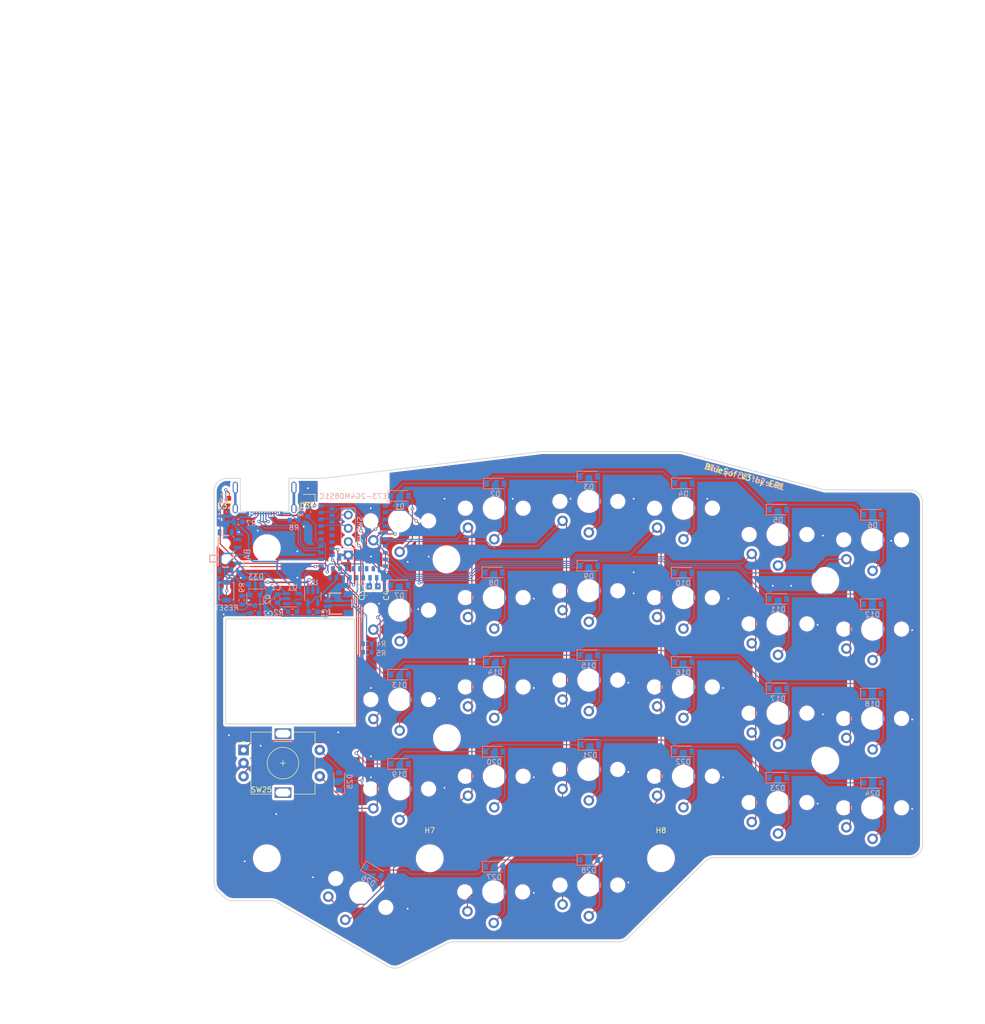
<source format=kicad_pcb>
(kicad_pcb (version 20210108) (generator pcbnew)
  (layers (0 "F.Cu" signal) (31 "B.Cu" power) (34 "B.Paste" user) (35 "F.Paste" user) (36 "B.SilkS" user "B.Silkscreen") (37 "F.SilkS" user "F.Silkscreen") (38 "B.Mask" user) (39 "F.Mask" user) (44 "Edge.Cuts" user))
  (net 0 "")
  (net 1 "row4")
  (net 3 "row0")
  (net 4 "Net-(D8-Pad2)")
  (net 5 "row1")
  (net 6 "Net-(D16-Pad2)")
  (net 7 "row2")
  (net 8 "Net-(D6-Pad2)")
  (net 9 "row3")
  (net 10 "Net-(D7-Pad2)")
  (net 11 "Net-(D17-Pad2)")
  (net 12 "Net-(D9-Pad2)")
  (net 13 "Net-(D10-Pad2)")
  (net 14 "Net-(D11-Pad2)")
  (net 15 "Net-(D12-Pad2)")
  (net 16 "Net-(D13-Pad2)")
  (net 17 "Net-(D14-Pad2)")
  (net 18 "Net-(D15-Pad2)")
  (net 19 "Net-(D19-Pad2)")
  (net 20 "Net-(D20-Pad2)")
  (net 21 "Net-(D18-Pad2)")
  (net 22 "Net-(D21-Pad2)")
  (net 23 "Net-(D24-Pad2)")
  (net 24 "Net-(D28-Pad2)")
  (net 25 "GND")
  (net 26 "col0")
  (net 27 "col1")
  (net 28 "col2")
  (net 29 "col3")
  (net 30 "col4")
  (net 31 "col5")
  (net 32 "VDD_H")
  (net 33 "VBAT")
  (net 34 "Net-(C2-Pad1)")
  (net 35 "Net-(D25-Pad2)")
  (net 36 "VBUS")
  (net 37 "Net-(D31-Pad1)")
  (net 38 "Net-(D32-Pad1)")
  (net 39 "Net-(J1-PadA5)")
  (net 42 "Net-(J1-PadB5)")
  (net 43 "SWC")
  (net 44 "Net-(R1-Pad2)")
  (net 45 "BATTERY_MEASURE")
  (net 46 "ENCA")
  (net 47 "ENCB")
  (net 48 "RESET")
  (net 49 "Net-(C3-Pad2)")
  (net 50 "Net-(C4-Pad2)")
  (net 52 "SWD")
  (net 53 "Net-(R2-Pad1)")
  (net 54 "P0.05")
  (net 55 "Net-(D1-Pad2)")
  (net 56 "Net-(D2-Pad2)")
  (net 57 "Net-(D3-Pad2)")
  (net 58 "Net-(D4-Pad2)")
  (net 59 "Net-(D5-Pad2)")
  (net 60 "Net-(D22-Pad2)")
  (net 61 "Net-(D23-Pad2)")
  (net 62 "DCCH")
  (net 63 "Net-(D26-Pad2)")
  (net 64 "Net-(D27-Pad2)")
  (net 68 "D+")
  (net 69 "D-")
  (net 75 "BATT_SWITCHED")
  (net 76 "unconnected-(J1-PadS1)")
  (footprint "BlueSof:KailhLowProfile" (layer "F.Cu") (at 121.5 54.1)
    (fp_text reference "SW1" hide)
    (fp_text value "SW_PUSH" hide)
  )
  (footprint "BlueSof:KailhLowProfile" (layer "F.Cu") (at 139.5 51.7)
    (fp_text reference "SW2" hide)
    (fp_text value "SW_PUSH" hide)
  )
  (footprint "BlueSof:KailhLowProfile" (layer "F.Cu") (at 175.5 51.7)
    (fp_text reference "SW4" hide)
    (fp_text value "SW_PUSH" hide)
  )
  (footprint "BlueSof:KailhLowProfile" (layer "F.Cu") (at 193.5 56.7)
    (fp_text reference "SW5" hide)
    (fp_text value "SW_PUSH" hide)
  )
  (footprint "BlueSof:KailhLowProfile" (layer "F.Cu") (at 211.5 57.7)
    (fp_text reference "SW6" hide)
    (fp_text value "SW_PUSH" hide)
  )
  (footprint "BlueSof:KailhLowProfile" (layer "F.Cu") (at 121.5 71.1)
    (fp_text reference "SW7" hide)
    (fp_text value "SW_PUSH" hide)
  )
  (footprint "BlueSof:KailhLowProfile" (layer "F.Cu") (at 139.5 68.7)
    (fp_text reference "SW8" hide)
    (fp_text value "SW_PUSH" hide)
  )
  (footprint "BlueSof:KailhLowProfile" (layer "F.Cu") (at 157.5 67.4)
    (fp_text reference "SW9" hide)
    (fp_text value "SW_PUSH" hide)
  )
  (footprint "BlueSof:KailhLowProfile" (layer "F.Cu") (at 175.5 68.7)
    (fp_text reference "SW10" hide)
    (fp_text value "SW_PUSH" hide)
  )
  (footprint "BlueSof:KailhLowProfile" (layer "F.Cu") (at 211.5 74.7)
    (fp_text reference "SW12" hide)
    (fp_text value "SW_PUSH" hide)
  )
  (footprint "BlueSof:KailhLowProfile" (layer "F.Cu") (at 139.5 85.7)
    (fp_text reference "SW14" hide)
    (fp_text value "SW_PUSH" hide)
  )
  (footprint "BlueSof:KailhLowProfile" (layer "F.Cu") (at 157.5 84.4)
    (fp_text reference "SW15" hide)
    (fp_text value "SW_PUSH" hide)
  )
  (footprint "BlueSof:KailhLowProfile" (layer "F.Cu") (at 175.5 85.7)
    (fp_text reference "SW16" hide)
    (fp_text value "SW_PUSH" hide)
  )
  (footprint "BlueSof:KailhLowProfile" (layer "F.Cu") (at 193.5 90.7)
    (fp_text reference "SW17" hide)
    (fp_text value "SW_PUSH" hide)
  )
  (footprint "BlueSof:KailhLowProfile" (layer "F.Cu") (at 121.5 105.1)
    (fp_text reference "SW19" hide)
    (fp_text value "SW_PUSH" hide)
  )
  (footprint "BlueSof:KailhLowProfile" (layer "F.Cu") (at 157.5 101.4)
    (fp_text reference "SW21" hide)
    (fp_text value "SW_PUSH" hide)
  )
  (footprint "BlueSof:KailhLowProfile" (layer "F.Cu") (at 175.5 102.7)
    (fp_text reference "SW22" hide)
    (fp_text value "SW_PUSH" hide)
  )
  (footprint "BlueSof:KailhLowProfile" (layer "F.Cu") (at 193.5 107.7)
    (fp_text reference "SW23" hide)
    (fp_text value "SW_PUSH" hide)
  )
  (footprint "BlueSof:KailhLowProfile" (layer "F.Cu") (at 211.5 108.7)
    (fp_text reference "SW24" hide)
    (fp_text value "SW_PUSH" hide)
  )
  (footprint "BlueSof:KailhLowProfile" (layer "F.Cu") (at 121.5 88.1)
    (fp_text reference "SW13" hide)
    (fp_text value "SW_PUSH" hide)
  )
  (footprint "BlueSof:KailhLowProfile" (layer "F.Cu") (at 193.5 73.7)
    (fp_text reference "SW11" hide)
    (fp_text value "SW_PUSH" hide)
  )
  (footprint "BlueSof:KailhLowProfile" (layer "F.Cu") (at 211.5 91.7)
    (fp_text reference "SW18" hide)
    (fp_text value "SW_PUSH" hide)
  )
  (footprint "BlueSof:KailhLowProfile" (layer "F.Cu") (at 157.5 123.4)
    (fp_text reference "SW28" hide)
    (fp_text value "SW_PUSH" hide)
  )
  (footprint "BlueSof:KailhLowProfile" (layer "F.Cu") (at 157.5 50.4)
    (fp_text reference "SW3" hide)
    (fp_text value "SW_PUSH" hide)
  )
  (footprint "BlueSof:KailhLowProfile" (layer "F.Cu") (at 139.5 102.7)
    (fp_text reference "SW20" hide)
    (fp_text value "SW_PUSH" hide)
  )
  (footprint "Capacitor_SMD:C_0603_1608Metric" (layer "F.Cu") (at 117.4 67.45 90)
    (fp_text reference "C4")
    (fp_text value "22pF")
  )
  (footprint "Capacitor_SMD:C_0603_1608Metric" (layer "F.Cu") (at 115.7625 67.45 90)
    (fp_text reference "C3")
    (fp_text value "22pF")
  )
  (footprint "LED_SMD:LED_0603_1608Metric" (layer "F.Cu") (at 88.225 49.825 180)
    (fp_text reference "D32")
    (fp_text value "LED")
  )
  (footprint "BlueSof:KailhLowProfile_1.5U" (layer "F.Cu") (at 114.1 124.9 -30)
    (fp_text reference "SW26" hide)
    (fp_text value "SW_PUSH" hide)
  )
  (footprint "LED_SMD:LED_0603_1608Metric" (layer "F.Cu") (at 103.925 49.8 180)
    (fp_text reference "D31")
    (fp_text value "LED")
  )
  (footprint "Rotary_Encoder:RotaryEncoder_Alps_EC11E-Switch_Vertical_H20mm" (layer "F.Cu") (at 91.8 97.7)
    (fp_text reference "SW25")
    (fp_text value "Rotary_Encoder_Switch")
  )
  (footprint "BlueSof:KailhLowProfile" (layer "F.Cu") (at 139.4 124.7)
    (fp_text reference "SW27" hide)
    (fp_text value "SW_PUSH" hide)
  )
  (footprint "MountingHole:MountingHole_4.3mm_M4" (layer "F.Cu") (at 202.5 65.525)
    (fp_text reference "H6" hide)
    (fp_text value "MountingHole_Pad")
  )
  (footprint "MountingHole:MountingHole_4.3mm_M4" (layer "F.Cu") (at 127.225 118.3)
    (fp_text reference "H7")
    (fp_text value "MountingHole_Pad")
  )
  (footprint "MountingHole:MountingHole_4.3mm_M4" (layer "F.Cu") (at 96.225 59.3)
    (fp_text reference "H4" hide)
    (fp_text value "MountingHole_Pad")
  )
  (footprint "MountingHole:MountingHole_4.3mm_M4" (layer "F.Cu") (at 130.4 61.425)
    (fp_text reference "H5" hide)
    (fp_text value "MountingHole_Pad")
  )
  (footprint "MountingHole:MountingHole_4.3mm_M4" (layer "F.Cu") (at 130.5 95.425)
    (fp_text reference "H1" hide)
    (fp_text value "MountingHole_Pad")
  )
  (footprint "MountingHole:MountingHole_4.3mm_M4" (layer "F.Cu") (at 171.225 118.3)
    (fp_text reference "H8")
    (fp_text value "MountingHole_Pad")
  )
  (footprint "MountingHole:MountingHole_4.3mm_M4" (layer "F.Cu") (at 96.225 118.3)
    (fp_text reference "H2" hide)
    (fp_text value "MountingHole_Pad")
  )
  (footprint "MountingHole:MountingHole_4.3mm_M4" (layer "F.Cu") (at 202.5 99.725)
    (fp_text reference "H3" hide)
    (fp_text value "MountingHole_Pad")
  )
  (footprint "Diode_SMD:D_SOD-123" (layer "B.Cu") (at 139.7 47)
    (fp_text reference "D2")
    (fp_text value "D")
  )
  (footprint "Diode_SMD:D_SOD-123" (layer "B.Cu") (at 157.5 45.65)
    (fp_text reference "D3")
    (fp_text value "D")
  )
  (footprint "Diode_SMD:D_SOD-123" (layer "B.Cu") (at 175.5 46.95)
    (fp_text reference "D4")
    (fp_text value "D")
  )
  (footprint "Diode_SMD:D_SOD-123" (layer "B.Cu") (at 193.5 51.95)
    (fp_text reference "D5")
    (fp_text value "D")
  )
  (footprint "Diode_SMD:D_SOD-123" (layer "B.Cu") (at 211.5 52.95)
    (fp_text reference "D6")
    (fp_text value "D")
  )
  (footprint "Diode_SMD:D_SOD-123" (layer "B.Cu") (at 121.45 66.35)
    (fp_text reference "D7")
    (fp_text value "D")
  )
  (footprint "Diode_SMD:D_SOD-123" (layer "B.Cu") (at 139.4 63.9)
    (fp_text reference "D8")
    (fp_text value "D")
  )
  (footprint "Diode_SMD:D_SOD-123" (layer "B.Cu") (at 157.5 62.65)
    (fp_text reference "D9")
    (fp_text value "D")
  )
  (footprint "Diode_SMD:D_SOD-123" (layer "B.Cu") (at 175.45 63.95)
    (fp_text reference "D10")
    (fp_text value "D")
  )
  (footprint "Diode_SMD:D_SOD-123" (layer "B.Cu") (at 193.5 68.95)
    (fp_text reference "D11")
    (fp_text value "D")
  )
  (footprint "Diode_SMD:D_SOD-123" (layer "B.Cu") (at 211.45 69.95)
    (fp_text reference "D12")
    (fp_text value "D")
  )
  (footprint "Diode_SMD:D_SOD-123" (layer "B.Cu") (at 139.7 80.9)
    (fp_text reference "D14")
    (fp_text value "D")
  )
  (footprint "Diode_SMD:D_SOD-123" (layer "B.Cu") (at 157.5 79.65)
    (fp_text reference "D15")
    (fp_text value "D")
  )
  (footprint "Diode_SMD:D_SOD-123" (layer "B.Cu") (at 175.45 80.95)
    (fp_text reference "D16")
    (fp_text value "D")
  )
  (footprint "Diode_SMD:D_SOD-123" (layer "B.Cu") (at 193.5 85.95)
    (fp_text reference "D17")
    (fp_text value "D")
  )
  (footprint "Diode_SMD:D_SOD-123" (layer "B.Cu") (at 211.45 86.95)
    (fp_text reference "D18")
    (fp_text value "D")
  )
  (footprint "Diode_SMD:D_SOD-123" (layer "B.Cu") (at 121.5 100.35)
    (fp_text reference "D19")
    (fp_text value "D")
  )
  (footprint "Diode_SMD:D_SOD-123" (layer "B.Cu") (at 139.5 98)
    (fp_text reference "D20")
    (fp_text value "D")
  )
  (footprint "Diode_SMD:D_SOD-123" (layer "B.Cu") (at 157.7 96.7)
    (fp_text reference "D21")
    (fp_text value "D")
  )
  (footprint "Diode_SMD:D_SOD-123" (layer "B.Cu") (at 175.45 97.95)
    (fp_text reference "D22")
    (fp_text value "D")
  )
  (footprint "Diode_SMD:D_SOD-123" (layer "B.Cu") (at 193.45 102.95)
    (fp_text reference "D23")
    (fp_text value "D")
  )
  (footprint "Diode_SMD:D_SOD-123" (layer "B.Cu") (at 211.5 103.95)
    (fp_text reference "D24")
    (fp_text value "D")
  )
  (footprint "Diode_SMD:D_SOD-123" (layer "B.Cu") (at 121.5 83.35)
    (fp_text reference "D13")
    (fp_text value "D")
  )
  (footprint "Diode_SMD:D_SOD-123" (layer "B.Cu") (at 139.5 119.9)
    (fp_text reference "D27")
    (fp_text value "D")
  )
  (footprint "Diode_SMD:D_SOD-123" (layer "B.Cu") (at 116.527757 120.85 -30)
    (fp_text reference "D26")
    (fp_text value "D")
  )
  (footprint "Diode_SMD:D_SOD-123" (layer "B.Cu") (at 110 103.699999 90)
    (fp_text reference "D25")
    (fp_text value "D")
  )
  (footprint "Diode_SMD:D_SOD-123" (layer "B.Cu") (at 121.5 49.35)
    (fp_text reference "D1")
    (fp_text value "D")
  )
  (footprint "Diode_SMD:D_SOD-123" (layer "B.Cu") (at 157.5 118.6)
    (fp_text reference "D28")
    (fp_text value "D")
  )
  (footprint "Capacitor_SMD:C_0603_1608Metric" (layer "B.Cu") (at 105.025 71.4)
    (fp_text reference "C5")
    (fp_text value "10uF")
  )
  (footprint "Capacitor_SMD:C_0603_1608Metric" (layer "B.Cu") (at 98.225 68.9 -90)
    (fp_text reference "C1")
    (fp_text value "4.7uF")
  )
  (footprint "Capacitor_SMD:C_0603_1608Metric" (layer "B.Cu") (at 93.9625 71.7 180)
    (fp_text reference "C2")
    (fp_text value "4.7uF")
  )
  (footprint "BlueSof:USB-C_C168688" (layer "B.Cu") (at 95.8 45.675 180)
    (fp_text reference "J1" hide)
    (fp_text value "USB_C_Receptacle_USB2.0")
  )
  (footprint "Connector_PinHeader_2.54mm:PinHeader_1x04_P2.54mm_Vertical" (layer "B.Cu") (at 111.725 60.6)
    (fp_text reference "SWD/C1")
    (fp_text value "Conn_01x04_Female")
  )
  (footprint "Package_TO_SOT_SMD:SOT-23" (layer "B.Cu") (at 94 69.2 -90)
    (fp_text reference "Q2")
    (fp_text value "A03407")
  )
  (footprint "Resistor_SMD:R_0603_1608Metric" (layer "B.Cu") (at 101.125 71.4 180)
    (fp_text reference "R2")
    (fp_text value "10k")
  )
  (footprint "Resistor_SMD:R_0603_1608Metric" (layer "B.Cu") (at 115.325 77.5)
    (fp_text reference "R4")
    (fp_text value "820k")
  )
  (footprint "Resistor_SMD:R_0603_1608Metric" (layer "B.Cu") (at 115.325 79.1 180)
    (fp_text reference "R5")
    (fp_text value "2M")
  )
  (footprint "Resistor_SMD:R_0603_1608Metric" (layer "B.Cu") (at 90.7625 54.3 180)
    (fp_text reference "R7")
    (fp_text value "5.1k")
  )
  (footprint "Resistor_SMD:R_0603_1608Metric" (layer "B.Cu") (at 101.425 53.95)
    (fp_text reference "R8")
    (fp_text value "5.1k")
  )
  (footprint "Resistor_SMD:R_0603_1608Metric" (layer "B.Cu") (at 91.425 69.2 -90)
    (fp_text reference "R9")
    (fp_text value "100k")
  )
  (footprint "Button_Switch_SMD:SW_SPST_B3U-1000P" (layer "B.Cu") (at 88.525 67.5 90)
    (fp_text reference "RESET")
    (fp_text value "SW_Push")
  )
  (footprint "Package_TO_SOT_SMD:SOT-23-5" (layer "B.Cu") (at 101.125 68.9)
    (fp_text reference "U1")
    (fp_text value "LN2054Y42AMR")
  )
  (footprint "Package_TO_SOT_SMD:SOT-23-5" (layer "B.Cu") (at 104.975 68.5 -90)
    (fp_text reference "U3")
    (fp_text value "AP2112K-3.3")
  )
  (footprint "Crystal:Crystal_SMD_MicroCrystal_CM9V-T1A-2Pin_1.6x1.0mm_HandSoldering" (layer "B.Cu") (at 116.510955 66.5625)
    (fp_text reference "Y1")
    (fp_text value "32.768kHz")
  )
  (footprint "Resistor_SMD:R_0603_1608Metric" (layer "B.Cu") (at 88 52.4 -90)
    (fp_text reference "R6")
    (fp_text value "1k")
  )
  (footprint "BlueSof:E73-2G4M08S1C-52840_SMD" (layer "B.Cu") (at 112.660955 65.3 90)
    (fp_text reference "U2" hide)
    (fp_text value "E73-2G4M08S1C")
  )
  (footprint "Diode_SMD:D_SOD-323_HandSoldering" (layer "B.Cu") (at 94.025 66.2 180)
    (fp_text reference "D33")
    (fp_text value "1N5819")
  )
  (footprint "Resistor_SMD:R_0603_1608Metric" (layer "B.Cu") (at 104.025 52.4 -90)
    (fp_text reference "R1")
    (fp_text value "1k")
  )
  (footprint "BlueSof:SM02B-SRSS-TB(LF)(SN)" (layer "B.Cu") (at 109.8 69.85 -90)
    (fp_text reference "J12")
    (fp_text value "SM02B-SRSS-TB(LF)(SN)")
  )
  (footprint "BlueSof:SW-TH_MSK12C02" (layer "B.Cu") (at 88.925 59.9 90)
    (fp_text reference "BATT")
    (fp_text value "SW_SPDT" hide)
  )
  (gr_arc (start 174.699996 43.4) (end 175.110993 40.934015) (angle -9.462321464) (layer "Edge.Cuts") (width 0.15))
  (gr_line (start 164.954294 133.473197) (end 179.590482 118.926802) (layer "Edge.Cuts") (width 0.15))
  (gr_line (start 100.425 52.3) (end 91.175 52.3) (layer "Edge.Cuts") (width 0.15))
  (gr_arc (start 89.823599 123.877241) (end 88.128226 125.714552) (angle -42.6991763) (layer "Edge.Cuts") (width 0.15))
  (gr_line (start 91.175 46) (end 88.685524 46) (layer "Edge.Cuts") (width 0.15))
  (gr_arc (start 181.352802 120.7) (end 181.352802 118.2) (angle -44.82371423) (layer "Edge.Cuts") (width 0.15))
  (gr_arc (start 148.717133 43.4) (end 148.717133 40.9) (angle -7.006961979) (layer "Edge.Cuts") (width 0.15))
  (gr_arc (start 88.685524 122.827087) (end 86.185524 122.827087) (angle -47.3008237) (layer "Edge.Cuts") (width 0.15))
  (gr_line (start 174.699995 40.9) (end 148.717133 40.899999) (layer "Edge.Cuts") (width 0.15))
  (gr_arc (start 96.988785 128.877241) (end 98.238784 126.712177) (angle -29.99999438) (layer "Edge.Cuts") (width 0.15))
  (gr_arc (start 218.5 50.7) (end 221 50.7) (angle -80.53767854) (layer "Edge.Cuts") (width 0.15))
  (gr_line (start 106.916532 46) (end 100.425 46) (layer "Edge.Cuts") (width 0.15))
  (gr_line (start 131.707046 134.199999) (end 163.191975 134.199999) (layer "Edge.Cuts") (width 0.15))
  (gr_line (start 148.412158 40.918671) (end 107.221507 45.981329) (layer "Edge.Cuts") (width 0.15))
  (gr_line (start 98.238784 126.712177) (end 119.304311 138.874364) (layer "Edge.Cuts") (width 0.15))
  (gr_line (start 86.185524 122.827087) (end 86.185524 48.5) (layer "Edge.Cuts") (width 0.15))
  (gr_line (start 221 115.7) (end 221 50.7) (layer "Edge.Cuts") (width 0.15))
  (gr_arc (start 202.5 46.7) (end 202.5 48.2) (angle 11.30993247) (layer "Edge.Cuts") (width 0.15))
  (gr_arc (start 163.191975 131.699999) (end 163.191975 134.199999) (angle -44.82370585) (layer "Edge.Cuts") (width 0.15))
  (gr_arc (start 106.916532 43.5) (end 106.916532 46) (angle -7.006963191) (layer "Edge.Cuts") (width 0.15))
  (gr_line (start 181.352802 118.2) (end 218.5 118.2) (layer "Edge.Cuts") (width 0.15))
  (gr_line (start 202.205826 48.170871) (end 175.110993 40.934016) (layer "Edge.Cuts") (width 0.15))
  (gr_arc (start 88.685524 48.5) (end 88.685524 46) (angle -90) (layer "Edge.Cuts") (width 0.15))
  (gr_line (start 218.910997 48.234015) (end 202.5 48.2) (layer "Edge.Cuts") (width 0.15))
  (gr_line (start 89.823598 126.377241) (end 96.988784 126.377241) (layer "Edge.Cuts") (width 0.15))
  (gr_line (start 100.425 46) (end 100.425 52.3) (layer "Edge.Cuts") (width 0.15))
  (gr_arc (start 120.554311 136.709301) (end 119.304311 138.874364) (angle -56.68375556) (layer "Edge.Cuts") (width 0.15))
  (gr_arc (start 131.707046 136.7) (end 131.707046 134.199999) (angle -26.68376982) (layer "Edge.Cuts") (width 0.15))
  (gr_line (start 121.676975 138.943048) (end 130.584381 134.466252) (layer "Edge.Cuts") (width 0.15))
  (gr_line (start 91.175 52.3) (end 91.175 46) (layer "Edge.Cuts") (width 0.15))
  (gr_line (start 86.990151 124.664397) (end 88.128226 125.714551) (layer "Edge.Cuts") (width 0.15))
  (gr_rect (start 112.9 72.75) (end 88.4 92.75) (layer "Edge.Cuts") (width 0.15) (fill none))
  (gr_arc (start 218.5 115.7) (end 218.5 118.2) (angle -90) (layer "Edge.Cuts") (width 0.15))
  (gr_text "BlueSof V3 by ERL" (at 187 45.7 -15) (layer "B.SilkS") (effects (font (size 1.1 1.1) (thickness 0.2)) (justify mirror)))
  (gr_text "+" (at 114 72.25 90) (layer "B.SilkS") (effects (font (size 3 3)) (justify mirror)))
  (gr_text "-" (at 114.2 68.55 180) (layer "B.SilkS") (effects (font (size 3 3)) (justify mirror)))
  (gr_text "BlueSof V3 by ERL" (at 187.1 45.7 -15) (layer "F.SilkS") (effects (font (size 1.1 1.1) (thickness 0.2))))
  (segment (start 114.500031 56.33402) (end 114.12501 55.958999) (width 0.2) (layer "F.Cu") (net 1))
  (segment (start 114.325 103.5) (end 114.500031 103.324969) (width 0.2) (layer "F.Cu") (net 1))
  (segment (start 114.500031 103.324969) (end 114.500031 56.33402) (width 0.2) (layer "F.Cu") (net 1))
  (via (at 114.12501 55.958999) (size 0.6) (drill 0.33) (layers "F.Cu" "B.Cu") (net 1))
  (via (at 114.325 103.5) (size 0.6) (drill 0.33) (layers "F.Cu" "B.Cu") (net 1))
  (segment (start 137.4625 120.2875) (end 139.15 118.6) (width 0.2) (layer "B.Cu") (net 1))
  (segment (start 112.225 51.152989) (end 114.12501 53.052999) (width 0.2) (layer "B.Cu") (net 1))
  (segment (start 114.12501 53.052999) (end 114.12501 55.958999) (width 0.2) (layer "B.Cu") (net 1))
  (segment (start 137.4625 120.3125) (end 137.4625 120.2875) (width 0.2) (layer "B.Cu") (net 1))
  (segment (start 114.325 119.251185) (end 114.325 103.5) (width 0.2) (layer "B.Cu") (net 1))
  (segment (start 106.658966 51.152989) (end 112.225 51.152989) (width 0.2) (layer "B.Cu") (net 1))
  (segment (start 123.475 121.3) (end 136.475 121.3) (width 0.2) (layer "B.Cu") (net 1))
  (segment (start 122.725 120.55) (end 123.475 121.3) (width 0.2) (layer "B.Cu") (net 1))
  (segment (start 114.325 103.5) (end 111.849999 103.5) (width 0.2) (layer "B.Cu") (net 1))
  (segment (start 115.098815 120.025) (end 114.325 119.251185) (width 0.2) (layer "B.Cu") (net 1))
  (segment (start 115.098815 120.025) (end 115.623815 120.55) (width 0.2) (layer "B.Cu") (net 1))
  (segment (start 139.15 118.6) (end 155.85 118.6) (width 0.2) (layer "B.Cu") (net 1))
  (segment (start 136.475 121.3) (end 137.4625 120.3125) (width 0.2) (layer "B.Cu") (net 1))
  (segment (start 115.623815 120.55) (end 122.725 120.55) (width 0.2) (layer "B.Cu") (net 1))
  (segment (start 111.849999 103.5) (end 110 105.349999) (width 0.2) (layer "B.Cu") (net 1))
  (segment (start 139.4 45.65) (end 138.05 47) (width 0.2) (layer "B.Cu") (net 3))
  (segment (start 185.949999 46.049999) (end 174.750001 46.049999) (width 0.2) (layer "B.Cu") (net 3))
  (segment (start 156.750001 44.749999) (end 155.85 45.65) (width 0.2) (layer "B.Cu") (net 3))
  (segment (start 118.779955 51.27) (end 119.282393 51.27) (width 0.2) (layer "B.Cu") (net 3))
  (segment (start 192.750001 51.049999) (end 207.949999 51.049999) (width 0.2) (layer "B.Cu") (net 3))
  (segment (start 209.85 52.95) (end 207.949999 51.049999) (width 0.2) (layer "B.Cu") (net 3))
  (segment (start 191.85 51.95) (end 185.949999 46.049999) (width 0.2) (layer "B.Cu") (net 3))
  (segment (start 119.282393 51.27) (end 119.85 50.702393) (width 0.2) (layer "B.Cu") (net 3))
  (segment (start 191.85 51.95) (end 192.750001 51.049999) (width 0.2) (layer "B.Cu") (net 3))
  (segment (start 122.2 47) (end 119.85 49.35) (width 0.2) (layer "B.Cu") (net 3))
  (segment (start 174.750001 46.049999) (end 173.85 46.95) (width 0.2) (layer "B.Cu") (net 3))
  (segment (start 171.649999 44.749999) (end 156.750001 44.749999) (width 0.2) (layer "B.Cu") (net 3))
  (segment (start 155.85 45.65) (end 139.4 45.65) (width 0.2) (layer "B.Cu") (net 3))
  (segment (start 138.05 47) (end 122.2 47) (width 0.2) (layer "B.Cu") (net 3))
  (segment (start 173.85 46.95) (end 171.649999 44.749999) (width 0.2) (layer "B.Cu") (net 3))
  (segment (start 119.85 50.702393) (end 119.85 49.35) (width 0.2) (layer "B.Cu") (net 3))
  (segment (start 141.500001 65.175001) (end 141.05 64.725) (width 0.2) (layer "B.Cu") (net 4))
  (segment (start 141.500001 72.599999) (end 141.500001 65.175001) (width 0.2) (layer "B.Cu") (net 4))
  (segment (start 139.5 74.6) (end 141.500001 72.599999) (width 0.2) (layer "B.Cu") (net 4))
  (segment (start 141.05 64.725) (end 141.05 63.9) (width 0.2) (layer "B.Cu") (net 4))
  (segment (start 125.225 54.7) (end 124.625 54.1) (width 0.2) (layer "F.Cu") (net 5))
  (segment (start 125.225 65.9) (end 125.225 54.7) (width 0.2) (layer "F.Cu") (net 5))
  (via (at 125.225 65.9) (size 0.6) (drill 0.33) (layers "F.Cu" "B.Cu") (net 5))
  (via (at 124.625 54.1) (size 0.6) (drill 0.33) (layers "F.Cu" "B.Cu") (net 5))
  (segment (start 126.174999 65.449999) (end 136.200001 65.449999) (width 0.2) (layer "B.Cu") (net 5))
  (segment (start 173.8 63.95) (end 174.700001 63.049999) (width 0.2) (layer "B.Cu") (net 5))
  (segment (start 156.750001 61.749999) (end 171.599999 61.749999) (width 0.2) (layer "B.Cu") (net 5))
  (segment (start 120.700001 65.449999) (end 126.174999 65.449999) (width 0.2) (layer "B.Cu") (net 5))
  (segment (start 185.949999 63.049999) (end 191.85 68.95) (width 0.2) (layer "B.Cu") (net 5))
  (segment (start 138.650001 62.999999) (end 155.500001 62.999999) (width 0.2) (layer "B.Cu") (net 5))
  (segment (start 191.85 68.95) (end 192.750001 68.049999) (width 0.2) (layer "B.Cu") (net 5))
  (segment (start 174.700001 63.049999) (end 185.949999 63.049999) (width 0.2) (layer "B.Cu") (net 5))
  (segment (start 119.219956 52.099999) (end 122.624999 52.099999) (width 0.2) (layer "B.Cu") (net 5))
  (segment (start 192.750001 68.049999) (end 207.899999 68.049999) (width 0.2) (layer "B.Cu") (net 5))
  (segment (start 125.225 65.9) (end 125.175001 65.850001) (width 0.2) (layer "B.Cu") (net 5))
  (segment (start 125.225 65.9) (end 125.724998 65.9) (width 0.2) (layer "B.Cu") (net 5))
  (segment (start 136.200001 65.449999) (end 137.75 63.9) (width 0.2) (layer "B.Cu") (net 5))
  (segment (start 125.724998 65.9) (end 126.174999 65.449999) (width 0.2) (layer "B.Cu") (net 5))
  (segment (start 137.75 63.9) (end 138.650001 62.999999) (width 0.2) (layer "B.Cu") (net 5))
  (segment (start 119.8 66.35) (end 120.700001 65.449999) (width 0.2) (layer "B.Cu") (net 5))
  (segment (start 207.899999 68.049999) (end 209.8 69.95) (width 0.2) (layer "B.Cu") (net 5))
  (segment (start 118.779955 52.54) (end 119.219956 52.099999) (width 0.2) (layer "B.Cu") (net 5))
  (segment (start 171.599999 61.749999) (end 173.8 63.95) (width 0.2) (layer "B.Cu") (net 5))
  (segment (start 122.624999 52.099999) (end 124.625 54.1) (width 0.2) (layer "B.Cu") (net 5))
  (segment (start 156.750001 61.749999) (end 155.85 62.65) (width 0.2) (layer "B.Cu") (net 5))
  (segment (start 177.500001 89.599999) (end 177.500001 81.350001) (width 0.2) (layer "B.Cu") (net 6))
  (segment (start 175.5 91.6) (end 177.500001 89.599999) (width 0.2) (layer "B.Cu") (net 6))
  (segment (start 177.500001 81.350001) (end 177.1 80.95) (width 0.2) (layer "B.Cu") (net 6))
  (segment (start 112.925 68.102344) (end 112.925 69.875002) (width 0.2) (layer "B.Cu") (net 7))
  (segment (start 113.424273 67.603071) (end 112.925 68.102344) (width 0.2) (layer "B.Cu") (net 7))
  (segment (start 174.700001 80.049999) (end 185.949999 80.049999) (width 0.2) (layer "B.Cu") (net 7))
  (segment (start 155.85 79.65) (end 156.750001 78.749999) (width 0.2) (layer "B.Cu") (net 7))
  (segment (start 115.225 77.039843) (end 115.225 80.05) (width 0.2) (layer "B.Cu") (net 7))
  (segment (start 118.525 83.35) (end 119.85 83.35) (width 0.2) (layer "B.Cu") (net 7))
  (segment (start 156.750001 78.749999) (end 171.599999 78.749999) (width 0.2) (layer "B.Cu") (net 7))
  (segment (start 113.424273 65.022318) (end 113.424273 67.603071) (width 0.2) (layer "B.Cu") (net 7))
  (segment (start 191.85 85.95) (end 192.750001 85.049999) (width 0.2) (layer "B.Cu") (net 7))
  (segment (start 115.225 80.05) (end 118.525 83.35) (width 0.2) (layer "B.Cu") (net 7))
  (segment (start 171.599999 78.749999) (end 173.8 80.95) (width 0.2) (layer "B.Cu") (net 7))
  (segment (start 115.199999 77.014842) (end 115.225 77.039843) (width 0.2) (layer "B.Cu") (net 7))
  (segment (start 112.925 69.875002) (end 115.199999 72.150001) (width 0.2) (layer "B.Cu") (net 7))
  (segment (start 192.750001 85.049999) (end 207.899999 85.049999) (width 0.2) (layer "B.Cu") (net 7))
  (segment (start 173.8 80.95) (end 174.700001 80.049999) (width 0.2) (layer "B.Cu") (net 7))
  (segment (start 115.199999 72.150001) (end 115.199999 77.014842) (width 0.2) (layer "B.Cu") (net 7))
  (segment (start 138.05 80.9) (end 139.3 79.65) (width 0.2) (layer "B.Cu") (net 7))
  (segment (start 119.85 83.35) (end 122.3 80.9) (width 0.2) (layer "B.Cu") (net 7))
  (segment (start 122.3 80.9) (end 138.05 80.9) (width 0.2) (layer "B.Cu") (net 7))
  (segment (start 185.949999 80.049999) (end 191.85 85.95) (width 0.2) (layer "B.Cu") (net 7))
  (segment (start 139.3 79.65) (end 155.85 79.65) (width 0.2) (layer "B.Cu") (net 7))
  (segment (start 207.899999 85.049999) (end 209.8 86.95) (width 0.2) (layer "B.Cu") (net 7))
  (segment (start 213.500001 61.599999) (end 211.5 63.6) (width 0.2) (layer "B.Cu") (net 8))
  (segment (start 213.500001 53.300001) (end 213.500001 61.599999) (width 0.2) (layer "B.Cu") (net 8))
  (segment (start 113.725 58.8) (end 114.100021 59.175021) (width 0.2) (layer "F.Cu") (net 9))
  (segment (start 114.100021 97.424979) (end 113.225 98.3) (width 0.2) (layer "F.Cu") (net 9))
  (segment (start 114.100021 59.175021) (end 114.100021 97.424979) (width 0.2) (layer "F.Cu") (net 9))
  (via (at 113.725 58.8) (size 0.6) (drill 0.33) (layers "F.Cu" "B.Cu") (net 9))
  (via (at 113.225 98.3) (size 0.6) (drill 0.33) (layers "F.Cu" "B.Cu") (net 9))
  (segment (start 139.15 96.7) (end 156.05 96.7) (width 0.2) (layer "B.Cu") (net 9))
  (segment (start 137.85 98) (end 139.15 96.7) (width 0.2) (layer "B.Cu") (net 9))
  (segment (start 119.85 100.35) (end 122.2 98) (width 0.2) (layer "B.Cu") (net 9))
  (segment (start 109.419966 52.343009) (end 109.339986 52.422989) (width 0.2) (layer "B.Cu") (net 9))
  (segment (start 156.950001 95.799999) (end 171.649999 95.799999) (width 0.2) (layer "B.Cu") (net 9))
  (segment (start 156.05 96.7) (end 156.950001 95.799999) (width 0.2) (layer "B.Cu") (net 9))
  (segment (start 122.2 98) (end 137.85 98) (width 0.2) (layer "B.Cu") (net 9))
  (segment (start 112.277001 51.829999) (end 109.419966 51.829999) (width 0.2) (layer "B.Cu") (net 9))
  (segment (start 173.8 97.95) (end 174.700001 97.049999) (width 0.2) (layer "B.Cu") (net 9))
  (segment (start 174.700001 97.049999) (end 185.899999 97.049999) (width 0.2) (layer "B.Cu") (net 9))
  (segment (start 109.419966 51.829999) (end 109.419966 52.343009) (width 0.2) (layer "B.Cu") (net 9))
  (segment (start 203.098998 103.95) (end 209.85 103.95) (width 0.2) (layer "B.Cu") (net 9))
  (segment (start 115.275 100.35) (end 113.225 98.3) (width 0.2) (layer "B.Cu") (net 9))
  (segment (start 201.198997 102.049999) (end 203.098998 103.95) (width 0.2) (layer "B.Cu") (net 9))
  (segment (start 113.725 58.8) (end 113.475 58.55) (width 0.2) (layer "B.Cu") (net 9))
  (segment (start 185.899999 97.049999) (end 191.8 102.95) (width 0.2) (layer "B.Cu") (net 9))
  (segment (start 109.339986 52.422989) (end 106.658966 52.422989) (width 0.2) (layer "B.Cu") (net 9))
  (segment (start 112.277001 51.829999) (end 113.475 53.027998) (width 0.2) (layer "B.Cu") (net 9))
  (segment (start 191.8 102.95) (end 192.700001 102.049999) (width 0.2) (layer "B.Cu") (net 9))
  (segment (start 192.700001 102.049999) (end 201.198997 102.049999) (width 0.2) (layer "B.Cu") (net 9))
  (segment (start 171.649999 95.799999) (end 173.8 97.95) (width 0.2) (layer "B.Cu") (net 9))
  (segment (start 119.85 100.35) (end 115.275 100.35) (width 0.2) (layer "B.Cu") (net 9))
  (segment (start 113.475 58.55) (end 113.475 53.027998) (width 0.2) (layer "B.Cu") (net 9))
  (segment (start 123.500001 74.999999) (end 121.5 77) (width 0.2) (layer "B.Cu") (net 10))
  (segment (start 123.500001 66.750001) (end 123.500001 74.999999) (width 0.2) (layer "B.Cu") (net 10))
  (segment (start 123.1 66.35) (end 123.500001 66.750001) (width 0.2) (layer "B.Cu") (net 10))
  (segment (start 193.5 96.6) (end 195.500001 94.599999) (width 0.2) (layer "B.Cu") (net 11))
  (segment (start 195.500001 94.599999) (end 195.500001 86.300001) (width 0.2) (layer "B.Cu") (net 11))
  (segment (start 157.5 73.3) (end 159.500001 71.299999) (width 0.2) (layer "B.Cu") (net 12))
  (segment (start 159.500001 71.299999) (end 159.500001 63.675001) (width 0.2) (layer "B.Cu") (net 12))
  (segment (start 159.15 63.325) (end 159.15 62.65) (width 0.2) (layer "B.Cu") (net 12))
  (segment (start 159.500001 63.675001) (end 159.15 63.325) (width 0.2) (layer "B.Cu") (net 12))
  (segment (start 175.5 74.6) (end 177.500001 72.599999) (width 0.2) (layer "B.Cu") (net 13))
  (segment (start 177.500001 64.975001) (end 177.1 64.575) (width 0.2) (layer "B.Cu") (net 13))
  (segment (start 177.500001 72.599999) (end 177.500001 64.975001) (width 0.2) (layer "B.Cu") (net 13))
  (segment (start 177.1 64.575) (end 177.1 63.95) (width 0.2) (layer "B.Cu") (net 13))
  (segment (start 195.500001 77.599999) (end 195.500001 69.300001) (width 0.2) (layer "B.Cu") (net 14))
  (segment (start 193.5 79.6) (end 195.500001 77.599999) (width 0.2) (layer "B.Cu") (net 14))
  (segment (start 213.1 69.95) (end 213.500001 70.350001) (width 0.2) (layer "B.Cu") (net 15))
  (segment (start 213.500001 70.350001) (end 213.500001 78.599999) (width 0.2) (layer "B.Cu") (net 15))
  (segment (start 213.500001 78.599999) (end 211.5 80.6) (width 0.2) (layer "B.Cu") (net 15))
  (segment (start 121.5 91.749998) (end 123.500001 89.749997) (width 0.2) (layer "B.Cu") (net 16))
  (segment (start 121.5 94) (end 121.5 91.749998) (width 0.2) (layer "B.Cu") (net 16))
  (segment (start 123.500001 89.749997) (end 123.500001 83.700001) (width 0.2) (layer "B.Cu") (net 16))
  (segment (start 141.500001 89.599999) (end 141.500001 81.050001) (width 0.2) (layer "B.Cu") (net 17))
  (segment (start 139.5 91.6) (end 141.500001 89.599999) (width 0.2) (layer "B.Cu") (net 17))
  (segment (start 159.500001 88.299999) (end 159.500001 80.000001) (width 0.2) (layer "B.Cu") (net 18))
  (segment (start 157.5 90.3) (end 159.500001 88.299999) (width 0.2) (layer "B.Cu") (net 18))
  (segment (start 121.5 111) (end 123.500001 108.999999) (width 0.2) (layer "B.Cu") (net 19))
  (segment (start 123.500001 108.999999) (end 123.500001 100.700001) (width 0.2) (layer "B.Cu") (net 19))
  (segment (start 141.500001 106.599999) (end 141.500001 98.350001) (width 0.2) (layer "B.Cu") (net 20))
  (segment (start 139.5 108.6) (end 141.500001 106.599999) (width 0.2) (layer "B.Cu") (net 20))
  (segment (start 213.500001 87.350001) (end 213.500001 95.599999) (width 0.2) (layer "B.Cu") (net 21))
  (segment (start 213.500001 95.599999) (end 211.5 97.6) (width 0.2) (layer "B.Cu") (net 21))
  (segment (start 213.1 86.95) (end 213.500001 87.350001) (width 0.2) (layer "B.Cu") (net 21))
  (segment (start 157.5 107.3) (end 159.500001 105.299999) (width 0.2) (layer "B.Cu") (net 22))
  (segment (start 159.500001 105.299999) (end 159.500001 96.850001) (width 0.2) (layer "B.Cu") (net 22))
  (segment (start 213.500001 112.599999) (end 211.5 114.6) (width 0.2) (layer "B.Cu") (net 23))
  (segment (start 213.500001 104.300001) (end 213.500001 112.599999) (width 0.2) (layer "B.Cu") (net 23))
  (segment (start 157.5 129.3) (end 159.500001 127.299999) (width 0.2) (layer "B.Cu") (net 24))
  (segment (start 159.500001 127.299999) (end 159.500001 118.950001) (width 0.2) (layer "B.Cu") (net 24))
  (via (at 104.975 66.05) (size 0.6) (drill 0.33) (layers "F.Cu" "B.Cu") (net 25))
  (via (at 92.025 118.9) (size 0.6) (drill 0.33) (layers "F.Cu" "B.Cu") (net 25))
  (via (at 116.025 98.9) (size 0.6) (drill 0.33) (layers "F.Cu" "B.Cu") (net 25))
  (via (at 102.025 59.9) (size 0.6) (drill 0.33) (layers "F.Cu" "B.Cu") (net 25))
  (via (at 202.025 56.9) (size 0.6) (drill 0.33) (layers "F.Cu" "B.Cu") (net 25))
  (via (at 123.025 127.9) (size 0.6) (drill 0.33) (layers "F.Cu" "B.Cu") (net 25))
  (via (at 91.25 64.95) (size 0.6) (drill 0.33) (layers "F.Cu" "B.Cu") (net 25))
  (via (at 94.5 55.95) (size 0.6) (drill 0.33) (layers "F.Cu" "B.Cu") (net 25))
  (via (at 103.25 55.2) (size 0.6) (drill 0.33) (layers "F.Cu" "B.Cu") (net 25))
  (via (at 215.025 57.9) (size 0.6) (drill 0.33) (layers "F.Cu" "B.Cu") (net 25))
  (via (at 90.9 56.25) (size 0.6) (drill 0.33) (layers "F.Cu" "B.Cu") (net 25))
  (via (at 219.025 74.9) (size 0.6) (drill 0.33) (layers "F.Cu" "B.Cu") (net 25))
  (via (at 125.025 70.9) (size 0.6) (drill 0.33) (layers "F.Cu" "B.Cu") (net 25))
  (via (at 109.8 94.35) (size 0.6) (drill 0.33) (layers "F.Cu" "B.Cu") (net 25))
  (via (at 116.025 60.9) (size 0.6) (drill 0.33) (layers "F.Cu" "B.Cu") (net 25))
  (via (at 119.025 63.9) (size 0.6) (drill 0.33) (layers "F.Cu" "B.Cu") (net 25))
  (via (at 183.025 85.9) (size 0.6) (drill 0.33) (layers "F.Cu" "B.Cu") (net 25))
  (via (at 92.75 69.2) (size 0.6) (drill 0.33) (layers "F.Cu" "B.Cu") (net 25))
  (via (at 143.025 49.9) (size 0.6) (drill 0.33) (layers "F.Cu" "B.Cu") (net 25))
  (via (at 147.025 102.9) (size 0.6) (drill 0.33) (layers "F.Cu" "B.Cu") (net 25))
  (via (at 129.025 87.9) (size 0.6) (drill 0.33) (layers "F.Cu" "B.Cu") (net 25))
  (via (at 166.025 63.9) (size 0.6) (drill 0.33) (layers "F.Cu" "B.Cu") (net 25))
  (via (at 117.6 69.85) (size 0.6) (drill 0.33) (layers "F.Cu" "B.Cu") (net 25))
  (via (at 219.025 91.9) (size 0.6) (drill 0.33) (layers "F.Cu" "B.Cu") (net 25))
  (via (at 130.025 49.9) (size 0.6) (drill 0.33) (layers "F.Cu" "B.Cu") (net 25))
  (via (at 165.025 122.9) (size 0.6) (drill 0.33) (layers "F.Cu" "B.Cu") (net 25))
  (via (at 102.025 64.9) (size 0.6) (drill 0.33) (layers "F.Cu" "B.Cu") (net 25))
  (via (at 116.025 85.9) (size 0.6) (drill 0.33) (layers "F.Cu" "B.Cu") (net 25))
  (via (at 89.025 94.9) (size 0.6) (drill 0.33) (layers "F.Cu" "B.Cu") (net 25))
  (via (at 106.975 71.45) (size 0.6) (drill 0.33) (layers "F.Cu" "B.Cu") (net 25))
  (via (at 219.025 108.9) (size 0.6) (drill 0.33) (layers "F.Cu" "B.Cu") (net 25))
  (via (at 98.025 109.9) (size 0.6) (drill 0.33) (layers "F.Cu" "B.Cu") (net 25))
  (via (at 166.025 49.9) (size 0.6) (drill 0.33) (layers "F.Cu" "B.Cu") (net 25))
  (via (at 201.025 107.9) (size 0.6) (drill 0.33) (layers "F.Cu" "B.Cu") (net 25))
  (via (at 147.025 124.9) (size 0.6) (drill 0.33) (layers "F.Cu" "B.Cu") (net 25))
  (via (at 180.025 49.9) (size 0.6) (drill 0.33) (layers "F.Cu" "B.Cu") (net 25))
  (via (at 88.025 71.9) (size 0.6) (drill 0.33) (layers "F.Cu" "B.Cu") (net 25))
  (via (at 116.025 102.9) (size 0.6) (drill 0.33) (layers "F.Cu" "B.Cu") (net 25))
  (via (at 165.025 84.9) (size 0.6) (drill 0.33) (layers "F.Cu" "B.Cu") (net 25))
  (via (at 165.025 101.9) (size 0.6) (drill 0.33) (layers "F.Cu" "B.Cu") (net 25))
  (via (at 184.025 68.9) (size 0.6) (drill 0.33) (layers "F.Cu" "B.Cu") (net 25))
  (via (at 107.475 68.3) (size 0.6) (drill 0.33) (layers "F.Cu" "B.Cu") (net 25))
  (via (at 202.025 90.9) (size 0.6) (drill 0.33) (layers "F.Cu" "B.Cu") (net 25))
  (via (at 110.225 54.3) (size 0.6) (drill 0.33) (layers "F.Cu" "B.Cu") (net 25))
  (via (at 105.025 121.9) (size 0.6) (drill 0.33) (layers "F.Cu" "B.Cu") (net 25))
  (via (at 123.025 61.9) (size 0.6) (drill 0.33) (layers "F.Cu" "B.Cu") (net 25))
  (via (at 97.25 66.45) (size 0.6) (drill 0.33) (layers "F.Cu" "B.Cu") (net 25))
  (via (at 192.5 66.45) (size 0.6) (drill 0.33) (layers "F.Cu" "B.Cu") (net 25))
  (via (at 147.025 85.9) (size 0.6) (drill 0.33) (layers "F.Cu" "B.Cu") (net 25))
  (via (at 104.025 47.9) (size 0.6) (drill 0.33) (layers "F.Cu" "B.Cu") (net 25))
  (via (at 166.025 67.9) (size 0.6) (drill 0.33) (layers "F.Cu" "B.Cu") (net 25))
  (via (at 196 66.45) (size 0.6) (drill 0.33) (layers "F.Cu" "B.Cu") (net 25))
  (via (at 95.025 96.9) (size 0.6) (drill 0.33) (layers "F.Cu" "B.Cu") (net 25))
  (via (at 116 51.7) (size 0.6) (drill 0.33) (layers "F.Cu" "B.Cu") (net 25))
  (via (at 201.025 73.9) (size 0.6) (drill 0.33) (layers "F.Cu" "B.Cu") (net 25))
  (via (at 154.025 49.9) (size 0.6) (drill 0.33) (layers "F.Cu" "B.Cu") (net 25))
  (via (at 183.025 102.9) (size 0.6) (drill 0.33) (layers "F.Cu" "B.Cu") (net 25))
  (via (at 96.5 71.7) (size 0.6) (drill 0.33) (layers "F.Cu" "B.Cu") (net 25))
  (via (at 130.025 104.9) (size 0.6) (drill 0.33) (layers "F.Cu" "B.Cu") (net 25))
  (via (at 147.025 68.9) (size 0.6) (drill 0.33) (layers "F.Cu" "B.Cu") (net 25))
  (via (at 127.025 60.9) (size 0.6) (drill 0.33) (layers "F.Cu" "B.Cu") (net 25))
  (via (at 99.025 70.9) (size 0.6) (drill 0.33) (layers "F.Cu" "B.Cu") (net 25))
  (segment (start 107.825 69.35) (end 107.825 68.65) (width 0.3) (layer "B.Cu") (net 25))
  (segment (start 103.25 54.8625) (end 102.3375 53.95) (width 0.3) (layer "B.Cu") (net 25))
  (segment (start 117.850001 57.229962) (end 117.850001 59.074999) (width 0.3) (layer "B.Cu") (net 25))
  (segment (start 99.025 70.9) (end 99.025 70.5625) (width 0.3) (layer "B.Cu") (net 25))
  (segment (start 103.25 55.2) (end 103.25 54.8625) (width 0.3) (layer "B.Cu") (net 25))
  (segment (start 91.425 70.1125) (end 91.8375 70.1125) (width 0.3) (layer "B.Cu") (net 25))
  (segment (start 89.85 53.788417) (end 89.85 54.3) (width 0.3) (layer "B.Cu") (net 25))
  (segment (start 99.7125 70.9) (end 100.2125 71.4) (width 0.3) (layer "B.Cu") (net 25))
  (segment (start 107.825 68.65) (end 107.475 68.3) (width 0.3) (layer "B.Cu") (net 25))
  (segment (start 106.925 71.4) (end 106.975 71.45) (width 0.3) (layer "B.Cu") (net 25))
  (segment (start 99.9875 68.9) (end 99.0875 68.9) (width 0.3) (layer "B.Cu") (net 25))
  (segment (start 101.9 53.95) (end 102.3375 53.95) (width 0.3) (layer "B.Cu") (net 25))
  (segment (start 92.6 52.675) (end 90.963417 52.675) (width 0.3) (layer "B.Cu") (net 25))
  (segment (start 99 52.675) (end 100.625 52.675) (width 0.3) (layer "B.Cu") (net 25))
  (segment (start 89.85 54.3) (end 89.85 54.775) (width 0.3) (layer "B.Cu") (net 25))
  (segment (start 89.85 54.775) (end 90.9 55.825) (width 0.3) (layer "B.Cu") (net 25))
  (segment (start 117.850001 59.074999) (end 116.025 60.9) (width 0.3) (layer "B.Cu") (net 25))
  (segment (start 99.0875 68.9) (end 98.225 69.7625) (width 0.3) (layer "B.Cu") (net 25))
  (segment (start 118.729963 56.35) (end 117.850001 57.229962) (width 0.3) (layer "B.Cu") (net 25))
  (segment (start 99.025 70.9) (end 99.7125 70.9) (width 0.3) (layer "B.Cu") (net 25))
  (segment (start 99.025 70.5625) (end 98.225 69.7625) (width 0.3) (layer "B.Cu") (net 25))
  (segment (start 100.625 52.675) (end 101.9 53.95) (width 0.3) (layer "B.Cu") (net 25))
  (segment (start 104.975 67.3625) (end 104.975 66.05) (width 0.3) (layer "B.Cu") (net 25))
  (segment (start 105.8 71.4) (end 106.925 71.4) (width 0.3) (layer "B.Cu") (net 25))
  (segment (start 91.8375 70.1125) (end 92.75 69.2) (width 0.3) (layer "B.Cu") (net 25))
  (segment (start 90.9 55.825) (end 90.9 56.25) (width 0.3) (layer "B.Cu") (net 25))
  (segment (start 90.963417 52.675) (end 89.85 53.788417) (width 0.3) (layer "B.Cu") (net 25))
  (segment (start 206.5 95.4) (end 207.250001 94.649999) (width 0.2) (layer "F.Cu") (net 26))
  (segment (start 206.5 78.4) (end 207.250001 77.649999) (width 0.2) (layer "F.Cu") (net 26))
  (segment (start 207.250001 77.649999) (end 207.250001 62.150001) (width 0.2) (layer "F.Cu") (net 26))
  (segment (start 207.250001 111.649999) (end 207.250001 96.150001) (width 0.2) (layer "F.Cu") (net 26))
  (segment (start 207.250001 96.150001) (end 206.5 95.4) (width 0.2) (layer "F.Cu") (net 26))
  (segment (start 207.250001 62.150001) (end 206.5 61.4) (width 0.2) (layer "F.Cu") (net 26))
  (segment (start 207.250001 79.150001) (end 206.5 78.4) (width 0.2) (layer "F.Cu") (net 26))
  (segment (start 207.250001 94.649999) (end 207.250001 79.150001) (width 0.2) (layer "F.Cu") (net 26))
  (segment (start 206.5 112.4) (end 207.250001 111.649999) (width 0.2) (layer "F.Cu") (net 26))
  (segment (start 171.765688 61.349989) (end 173.070349 62.654651) (width 0.2) (layer "B.Cu") (net 26))
  (segment (start 187.465699 64) (end 200.398998 64) (width 0.2) (layer "B.Cu") (net 26))
  (segment (start 186.115688 62.649989) (end 187.465699 64) (width 0.2) (layer "B.Cu") (net 26))
  (segment (start 137.459988 62.60001) (end 138.484291 62.60001) (width 0.2) (layer "B.Cu") (net 26))
  (segment (start 138.484312 62.599989) (end 154.310009 62.599989) (width 0.2) (layer "B.Cu") (net 26))
  (segment (start 173.070349 62.654651) (end 173.075011 62.649989) (width 0.2) (layer "B.Cu") (net 26))
  (segment (start 173.075011 62.649989) (end 186.115688 62.649989) (width 0.2) (layer "B.Cu") (net 26))
  (segment (start 138.484291 62.60001) (end 138.484312 62.599989) (width 0.2) (layer "B.Cu") (net 26))
  (segment (start 118.779955 62.7) (end 121.129944 65.049989) (width 0.2) (layer "B.Cu") (net 26))
  (segment (start 202.998998 61.4) (end 206.5 61.4) (width 0.2) (layer "B.Cu") (net 26))
  (segment (start 155.560008 61.349989) (end 171.765688 61.349989) (width 0.2) (layer "B.Cu") (net 26))
  (segment (start 121.129944 65.049989) (end 135.010009 65.049989) (width 0.2) (layer "B.Cu") (net 26))
  (segment (start 135.010009 65.049989) (end 137.459988 62.60001) (width 0.2) (layer "B.Cu") (net 26))
  (segment (start 200.398998 64) (end 202.998998 61.4) (width 0.2) (layer "B.Cu") (net 26))
  (segment (start 154.310009 62.599989) (end 155.560008 61.349989) (width 0.2) (layer "B.Cu") (net 26))
  (segment (start 189.250001 61.150001) (end 188.5 60.4) (width 0.2) (layer "F.Cu") (net 27))
  (segment (start 189.250001 95.150001) (end 188.5 94.4) (width 0.2) (layer "F.Cu") (net 27))
  (segment (start 189.250001 76.649999) (end 189.250001 61.150001) (width 0.2) (layer "F.Cu") (net 27))
  (segment (start 188.5 77.4) (end 189.250001 76.649999) (width 0.2) (layer "F.Cu") (net 27))
  (segment (start 188.5 94.4) (end 189.250001 93.649999) (width 0.2) (layer "F.Cu") (net 27))
  (segment (start 189.250001 93.649999) (end 189.250001 78.150001) (width 0.2) (layer "F.Cu") (net 27))
  (segment (start 189.250001 78.150001) (end 188.5 77.4) (width 0.2) (layer "F.Cu") (net 27))
  (segment (start 189.250001 110.649999) (end 189.250001 95.150001) (width 0.2) (layer "F.Cu") (net 27))
  (segment (start 188.5 111.4) (end 189.250001 110.649999) (width 0.2) (layer "F.Cu") (net 27))
  (segment (start 134.844319 64.649979) (end 137.294298 62.2) (width 0.2) (layer "B.Cu") (net 27))
  (segment (start 155.39432 60.949979) (end 171.931377 60.949979) (width 0.2) (layer "B.Cu") (net 27))
  (segment (start 137.294298 62.2) (end 138.318602 62.2) (width 0.2) (layer "B.Cu") (net 27))
  (segment (start 138.318602 62.2) (end 138.318623 62.199979) (width 0.2) (layer "B.Cu") (net 27))
  (segment (start 186.6625 62.2375) (end 188.5 60.4) (width 0.2) (layer "B.Cu") (net 27))
  (segment (start 138.318623 62.199979) (end 154.144319 62.199979) (width 0.2) (layer "B.Cu") (net 27))
  (segment (start 171.931377 60.949979) (end 173.231377 62.249979) (width 0.2) (layer "B.Cu") (net 27))
  (segment (start 173.231377 62.249979) (end 186.650021 62.249979) (width 0.2) (layer "B.Cu") (net 27))
  (segment (start 121.999934 64.649979) (end 134.844319 64.649979) (width 0.2) (layer "B.Cu") (net 27))
  (segment (start 186.650021 62.249979) (end 186.6625 62.2375) (width 0.2) (layer "B.Cu") (net 27))
  (segment (start 118.779955 61.43) (end 121.999934 64.649979) (width 0.2) (layer "B.Cu") (net 27))
  (segment (start 154.144319 62.199979) (end 155.39432 60.949979) (width 0.2) (layer "B.Cu") (net 27))
  (segment (start 170.5 89.4) (end 171.250001 88.649999) (width 0.2) (layer "F.Cu") (net 28))
  (segment (start 171.250001 90.150001) (end 170.5 89.4) (width 0.2) (layer "F.Cu") (net 28))
  (segment (start 171.250001 105.649999) (end 171.250001 90.150001) (width 0.2) (layer "F.Cu") (net 28))
  (segment (start 171.250001 88.649999) (end 171.250001 73.150001) (width 0.2) (layer "F.Cu") (net 28))
  (segment (start 170.5 72.4) (end 171.250001 71.649999) (width 0.2) (layer "F.Cu") (net 28))
  (segment (start 171.250001 73.150001) (end 170.5 72.4) (width 0.2) (layer "F.Cu") (net 28))
  (segment (start 170.5 106.4) (end 171.250001 105.649999) (width 0.2) (layer "F.Cu") (net 28))
  (segment (start 170.5 107.439998) (end 170.5 106.4) (width 0.2) (layer "F.Cu") (net 28))
  (segment (start 171.250001 56.150001) (end 170.5 55.4) (width 0.2) (layer "F.Cu") (net 28))
  (segment (start 152.5 125.439998) (end 170.5 107.439998) (width 0.2) (layer "F.Cu") (net 28))
  (segment (start 171.250001 71.649999) (end 171.250001 56.150001) (width 0.2) (layer "F.Cu") (net 28))
  (segment (start 152.5 127.1) (end 152.5 125.439998) (width 0.2) (layer "F.Cu") (net 28))
  (segment (start 153.978631 61.799969) (end 155.228631 60.549969) (width 0.2) (layer "B.Cu") (net 28))
  (segment (start 134.678631 64.249969) (end 137.128609 61.79999) (width 0.2) (layer "B.Cu") (net 28))
  (segment (start 138.152913 61.79999) (end 138.152934 61.799969) (width 0.2) (layer "B.Cu") (net 28))
  (segment (start 122.874969 64.249969) (end 134.678631 64.249969) (width 0.2) (layer "B.Cu") (net 28))
  (segment (start 137.128609 61.79999) (end 138.152913 61.79999) (width 0.2) (layer "B.Cu") (net 28))
  (segment (start 118.785 60.16) (end 122.874969 64.249969) (width 0.2) (layer "B.Cu") (net 28))
  (segment (start 138.152934 61.799969) (end 153.978631 61.799969) (width 0.2) (layer "B.Cu") (net 28))
  (segment (start 165.350031 60.549969) (end 170.5 55.4) (width 0.2) (layer "B.Cu") (net 28))
  (segment (start 155.228631 60.549969) (end 165.350031 60.549969) (width 0.2) (layer "B.Cu") (net 28))
  (segment (start 153.250001 54.850001) (end 153.250001 70.349999) (width 0.2) (layer "F.Cu") (net 29))
  (segment (start 152.5 88.1) (end 153.250001 88.850001) (width 0.2) (layer "F.Cu") (net 29))
  (segment (start 152.5 107.950002) (end 134.4 126.050002) (width 0.2) (layer "F.Cu") (net 29))
  (segment (start 153.250001 70.349999) (end 152.5 71.1) (width 0.2) (layer "F.Cu") (net 29))
  (segment (start 134.4 126.050002) (end 134.4 128.4) (width 0.2) (layer "F.Cu") (net 29))
  (segment (start 153.250001 71.850001) (end 153.250001 87.349999) (width 0.2) (layer "F.Cu") (net 29))
  (segment (start 153.250001 88.850001) (end 153.250001 104.349999) (width 0.2) (layer "F.Cu") (net 29))
  (segment (start 153.250001 104.349999) (end 152.5 105.1) (width 0.2) (layer "F.Cu") (net 29))
  (segment (start 152.5 105.1) (end 152.5 107.950002) (width 0.2) (layer "F.Cu") (net 29))
  (segment (start 152.5 71.1) (end 153.250001 71.850001) (width 0.2) (layer "F.Cu") (net 29))
  (segment (start 153.250001 87.349999) (end 152.5 88.1) (width 0.2) (layer "F.Cu") (net 29))
  (segment (start 152.5 54.1) (end 153.250001 54.850001) (width 0.2) (layer "F.Cu") (net 29))
  (segment (start 138.07001 58.02001) (end 119.649945 58.02001) (width 0.2) (layer "B.Cu") (net 29))
  (segment (start 118.779955 58.89) (end 119.649945 58.02001) (width 0.2) (layer "B.Cu") (net 29))
  (segment (start 139 58.95) (end 147.65 58.95) (width 0.2) (layer "B.Cu") (net 29))
  (segment (start 139 58.95) (end 138.07001 58.02001) (width 0.2) (layer "B.Cu") (net 29))
  (segment (start 147.65 58.95) (end 152.5 54.1) (width 0.2) (layer "B.Cu") (net 29))
  (segment (start 135.250001 88.649999) (end 135.250001 73.150001) (width 0.2) (layer "F.Cu") (net 30))
  (segment (start 120.333751 121.691249) (end 120.333751 120.191249) (width 0.2) (layer "F.Cu") (net 30))
  (segment (start 135.250001 71.649999) (end 135.250001 56.150001) (width 0.2) (layer "F.Cu") (net 30))
  (segment (start 134.5 89.4) (end 135.250001 88.649999) (width 0.2) (layer "F.Cu") (net 30))
  (segment (start 135.250001 105.649999) (end 135.250001 90.150001) (width 0.2) (layer "F.Cu") (net 30))
  (segment (start 109.365579 127.05) (end 114.975 127.05) (width 0.2) (layer "F.Cu") (net 30))
  (segment (start 135.250001 56.150001) (end 134.5 55.4) (width 0.2) (layer "F.Cu") (net 30))
  (segment (start 120.333751 120.191249) (end 134.125 106.4) (width 0.2) (layer "F.Cu") (net 30))
  (segment (start 135.250001 73.150001) (end 134.5 72.4) (width 0.2) (layer "F.Cu") (net 30))
  (segment (start 134.5 72.4) (end 135.250001 71.649999) (width 0.2) (layer "F.Cu") (net 30))
  (segment (start 135.250001 90.150001) (end 134.5 89.4) (width 0.2) (layer "F.Cu") (net 30))
  (segment (start 107.919873 125.604294) (end 109.365579 127.05) (width 0.2) (layer "F.Cu") (net 30))
  (segment (start 134.5 106.4) (end 135.250001 105.649999) (width 0.2) (layer "F.Cu") (net 30))
  (segment (start 114.975 127.05) (end 120.333751 121.691249) (width 0.2) (layer "F.Cu") (net 30))
  (segment (start 132.28 57.62) (end 134.5 55.4) (width 0.2) (layer "B.Cu") (net 30))
  (segment (start 118.779955 57.62) (end 132.28 57.62) (width 0.2) (layer "B.Cu") (net 30))
  (segment (start 117.250001 92.550001) (end 117.250001 108.049999) (width 0.2) (layer "F.Cu") (net 31))
  (segment (start 118.8 64.500011) (end 118.8 72.5) (width 0.2) (layer "F.Cu") (net 31))
  (segment (start 118.424989 64.188006) (end 118.736994 64.500011) (width 0.2) (layer "F.Cu") (net 31))
  (segment (start 120.625 56.6) (end 117.7 56.6) (width 0.2) (layer "F.Cu") (net 31))
  (segment (start 118.424989 63.611994) (end 118.424989 64.188006) (width 0.2) (layer "F.Cu") (net 31))
  (segment (start 117.7 56.6) (end 116.5 57.8) (width 0.2) (layer "F.Cu") (net 31))
  (segment (start 118.8 60.1) (end 118.8 63.299989) (width 0.2) (layer "F.Cu") (net 31))
  (segment (start 106.3 102.7) (end 112.4 108.8) (width 0.2) (layer "F.Cu") (net 31))
  (segment (start 117.725001 76.025001) (end 117.725001 90.574999) (width 0.2) (layer "F.Cu") (net 31))
  (segment (start 118.8 63.299989) (end 118.736994 63.299989) (width 0.2) (layer "F.Cu") (net 31))
  (segment (start 116.5 91.8) (end 117.250001 92.550001) (width 0.2) (layer "F.Cu") (net 31))
  (segment (start 116.5 57.8) (end 118.8 60.1) (width 0.2) (layer "F.Cu") (net 31))
  (segment (start 118.8 72.5) (end 116.5 74.8) (width 0.2) (layer "F.Cu") (net 31))
  (segment (start 118.736994 63.299989) (end 118.424989 63.611994) (width 0.2) (layer "F.Cu") (net 31))
  (segment (start 116.5 74.8) (end 117.725001 76.025001) (width 0.2) (layer "F.Cu") (net 31))
  (segment (start 117.250001 108.049999) (end 116.5 108.8) (width 0.2) (layer "F.Cu") (net 31))
  (segment (start 118.736994 64.500011) (end 118.8 64.500011) (width 0.2) (layer "F.Cu") (net 31))
  (segment (start 112.4 108.8) (end 116.5 108.8) (width 0.2) (layer "F.Cu") (net 31))
  (segment (start 117.725001 90.574999) (end 116.5 91.8) (width 0.2) (layer "F.Cu") (net 31))
  (via (at 120.625 56.6) (size 0.6) (drill 0.33) (layers "F.Cu" "B.Cu") (net 31))
  (segment (start 119.105 55.08) (end 120.625 56.6) (width 0.2) (layer "B.Cu") (net 31))
  (segment (start 111.725 58.06) (end 112.925011 59.260011) (width 0.3) (layer "F.Cu") (net 32))
  (segment (start 112.925011 59.260011) (end 112.925011 66.099989) (width 0.3) (layer "F.Cu") (net 32))
  (segment (start 112.925011 66.099989) (end 112.725 66.3) (width 0.3) (layer "F.Cu") (net 32))
  (via (at 112.725 66.3) (size 0.6) (drill 0.33) (layers "F.Cu" "B.Cu") (net 32))
  (segment (start 109.510955 65.216877) (end 109.510955 64.919) (width 0.3) (layer "B.Cu") (net 32))
  (segment (start 105.27499 68.92501) (end 105.27499 68.917888) (width 0.3) (layer "B.Cu") (net 32))
  (segment (start 112.050955 64.919) (end 112.050955 65.625955) (width 0.3) (layer "B.Cu") (net 32))
  (segment (start 109.510955 64.514045) (end 109.966989 64.058011) (width 0.3) (layer "B.Cu") (net 32))
  (segment (start 106.62501 68.079947) (end 106.62501 68.102822) (width 0.3) (layer "B.Cu") (net 32))
  (segment (start 104.5625 69.6375) (end 105.27499 68.92501) (width 0.3) (layer "B.Cu") (net 32))
  (segment (start 105.57501 68.62499) (end 105.62501 68.57499) (width 0.3) (layer "B.Cu") (net 32))
  (segment (start 112.050955 65.625955) (end 112.725 66.3) (width 0.3) (layer "B.Cu") (net 32))
  (segment (start 105.567888 68.62499) (end 105.57501 68.62499) (width 0.3) (layer "B.Cu") (net 32))
  (segment (start 111.374986 64.058011) (end 112.050955 64.73398) (width 0.3) (layer "B.Cu") (net 32))
  (segment (start 109.966989 64.058011) (end 111.374986 64.058011) (width 0.3) (layer "B.Cu") (net 32))
  (segment (start 105.62501 68.57499) (end 106.152842 68.57499) (width 0.3) (layer "B.Cu") (net 32))
  (segment (start 109.510955 64.919) (end 109.510955 64.514045) (width 0.3) (layer "B.Cu") (net 32))
  (segment (start 105.27499 68.917888) (end 105.567888 68.62499) (width 0.3) (layer "B.Cu") (net 32))
  (segment (start 104.025 69.6375) (end 104.025 71.2625) (width 0.3) (layer "B.Cu") (net 32))
  (segment (start 104.025 69.6375) (end 104.5625 69.6375) (width 0.3) (layer "B.Cu") (net 32))
  (segment (start 106.152842 68.57499) (end 109.510955 65.216877) (width 0.3) (layer "B.Cu") (net 32))
  (segment (start 107.975 72.05) (end 107.975 70.5) (width 0.3) (layer "B.Cu") (net 33))
  (segment (start 114.4 77.4875) (end 114.4 71.986426) (width 0.3) (layer "B.Cu") (net 33))
  (segment (start 112.563574 70.15) (end 108.025 70.15) (width 0.3) (layer "B.Cu") (net 33))
  (segment (start 114.4 71.986426) (end 112.563574 70.15) (width 0.3) (layer "B.Cu") (net 33))
  (segment (start 96.725 69.5375) (end 96.725 69.8125) (width 0.3) (layer "B.Cu") (net 33))
  (segment (start 98.225 68.0375) (end 96.725 69.5375) (width 0.3) (layer "B.Cu") (net 33))
  (segment (start 99.9875 67.95) (end 98.3125 67.95) (width 0.3) (layer "B.Cu") (net 33))
  (segment (start 92.525 64.05) (end 96.0875 64.05) (width 0.3) (layer "B.Cu") (net 33))
  (segment (start 96.725 69.8125) (end 99.13752 72.22502) (width 0.3) (layer "B.Cu") (net 33))
  (segment (start 92.525 64.05) (end 93.975 64.05) (width 0.3) (layer "B.Cu") (net 33))
  (segment (start 99.13752 72.22502) (end 107.79998 72.22502) (width 0.3) (layer "B.Cu") (net 33))
  (segment (start 90.625 62.15) (end 92.525 64.05) (width 0.3) (layer "B.Cu") (net 33))
  (segment (start 96.0875 64.05) (end 99.9875 67.95) (width 0.3) (layer "B.Cu") (net 33))
  (segment (start 107.79998 72.22502) (end 107.975 72.05) (width 0.3) (layer "B.Cu") (net 33))
  (segment (start 107.975 70.5) (end 107.825 70.35) (width 0.3) (layer "B.Cu") (net 33))
  (segment (start 108.025 70.15) (end 107.825 70.35) (width 0.3) (layer "B.Cu") (net 33))
  (segment (start 104.225 65.3) (end 103.725011 65.799989) (width 0.3) (layer "F.Cu") (net 34))
  (segment (start 103.725011 65.799989) (end 96.475011 65.799989) (width 0.3) (layer "F.Cu") (net 34))
  (segment (start 96.475011 65.799989) (end 96.475 65.8) (width 0.3) (layer "F.Cu") (net 34))
  (via (at 96.475 65.8) (size 0.6) (drill 0.33) (layers "F.Cu" "B.Cu") (net 34))
  (via (at 104.225 65.3) (size 0.6) (drill 0.33) (layers "F.Cu" "B.Cu") (net 34))
  (segment (start 95.275 66.2) (end 95.275 67.875) (width 0.3) (layer "B.Cu") (net 34))
  (segment (start 104.025 65.5) (end 104.225 65.3) (width 0.3) (layer "B.Cu") (net 34))
  (segment (start 105.925 66.037983) (end 105.925 67.3625) (width 0.3) (layer "B.Cu") (net 34))
  (segment (start 104.025 67.3625) (end 104.025 65.5) (width 0.3) (layer "B.Cu") (net 34))
  (segment (start 95.275 67.875) (end 94.95 68.2) (width 0.3) (layer "B.Cu") (net 34))
  (segment (start 96.475 65.8) (end 95.675 65.8) (width 0.3) (layer "B.Cu") (net 34))
  (segment (start 104.225 65.3) (end 105.187017 65.3) (width 0.3) (layer "B.Cu") (net 34))
  (segment (start 94.95 71.4875) (end 94.7375 71.7) (width 0.3) (layer "B.Cu") (net 34))
  (segment (start 95.675 65.8) (end 95.275 66.2) (width 0.3) (layer "B.Cu") (net 34))
  (segment (start 94.95 68.2) (end 94.95 71.4875) (width 0.3) (layer "B.Cu") (net 34))
  (segment (start 105.187017 65.3) (end 105.925 66.037983) (width 0.3) (layer "B.Cu") (net 34))
  (segment (start 110 101.4) (end 106.3 97.7) (width 0.2) (layer "B.Cu") (net 35))
  (segment (start 110 102.049999) (end 110 101.4) (width 0.2) (layer "B.Cu") (net 35))
  (segment (start 103.05 51.813002) (end 101.807001 53.056001) (width 0.3) (layer "F.Cu") (net 36))
  (segment (start 98.581001 53.056001) (end 98.225 52.7) (width 0.3) (layer "F.Cu") (net 36))
  (segment (start 101.807001 53.056001) (end 98.581001 53.056001) (width 0.3) (layer "F.Cu") (net 36))
  (segment (start 103.05 49.8) (end 103.05 51.813002) (width 0.3) (layer "F.Cu") (net 36))
  (segment (start 98.225 52.7) (end 93.425 52.7) (width 0.2) (layer "F.Cu") (net 36))
  (via (at 93.425 52.7) (size 0.6) (drill 0.33) (layers "F.Cu" "B.Cu") (net 36))
  (via (at 98.225 52.7) (size 0.6) (drill 0.33) (layers "F.Cu" "B.Cu") (net 36))
  (segment (start 90.78749 54.801566) (end 92.775 56.789076) (width 0.3) (layer "B.Cu") (net 36))
  (segment (start 91.185924 53.4) (end 92.96928 53.4) (width 0.3) (layer "B.Cu") (net 36))
  (segment (start 89.812153 64.450011) (end 91.562142 66.2) (width 0.3) (layer "B.Cu") (net 36))
  (segment (start 98.605924 61.43) (end 106.541955 61.43) (width 0.3) (layer "B.Cu") (net 36))
  (segment (start 93.4 52.96928) (end 93.4 52.675) (width 0.3) (layer "B.Cu") (net 36))
  (segment (start 98.185923 61.850001) (end 93.575001 61.850001) (width 0.3) (layer "B.Cu") (net 36))
  (segment (start 88.725 62.35798) (end 88.725 64.28002) (width 0.3) (layer "B.Cu") (net 36))
  (segment (start 88.725 64.28002) (end 88.894991 64.450011) (width 0.3) (layer "B.Cu") (net 36))
  (segment (start 92.775 56.789076) (end 92.775 61.05) (width 0.3) (layer "B.Cu") (net 36))
  (segment (start 92.275 60.55) (end 90.53298 60.55) (width 0.3) (layer "B.Cu") (net 36))
  (segment (start 92.96928 53.4) (end 93.4 52.96928) (width 0.3) (layer "B.Cu") (net 36))
  (segment (start 102.2625 67.95) (end 98.185923 63.873423) (width 0.3) (layer "B.Cu") (net 36))
  (segment (start 92.775 67.925) (end 93.05 68.2) (width 0.3) (layer "B.Cu") (net 36))
  (segment (start 90.53298 60.55) (end 88.725 62.35798) (width 0.3) (layer "B.Cu") (net 36))
  (segment (start 93.575001 61.850001) (end 92.775 61.05) (width 0.3) (layer "B.Cu") (net 36))
  (segment (start 90.78749 53.798434) (end 91.185924 53.4) (width 0.3) (layer "B.Cu") (net 36))
  (segment (start 90.78749 54.801566) (end 90.78749 53.798434) (width 0.3) (layer "B.Cu") (net 36))
  (segment (start 88.894991 64.450011) (end 89.812153 64.450011) (width 0.3) (layer "B.Cu") (net 36))
  (segment (start 92.775 66.2) (end 92.775 67.925) (width 0.3) (layer "B.Cu") (net 36))
  (segment (start 98.185923 63.873423) (end 98.185923 61.850001) (width 0.3) (layer "B.Cu") (net 36))
  (segment (start 91.562142 66.2) (end 92.775 66.2) (width 0.3) (layer "B.Cu") (net 36))
  (segment (start 91.425 68.2875) (end 92.9625 68.2875) (width 0.3) (layer "B.Cu") (net 36))
  (segment (start 98.605924 61.43) (end 98.185923 61.850001) (width 0.3) (layer "B.Cu") (net 36))
  (segment (start 92.775 61.05) (end 92.275 60.55) (width 0.3) (layer "B.Cu") (net 36))
  (segment (start 105.325 50.5) (end 105.325 51.2) (width 0.2) (layer "F.Cu") (net 37))
  (segment (start 104.8 49.975) (end 105.325 50.5) (width 0.2) (layer "F.Cu") (net 37))
  (via (at 105.325 51.2) (size 0.6) (drill 0.33) (layers "F.Cu" "B.Cu") (net 37))
  (segment (start 105.0375 51.4875) (end 105.325 51.2) (width 0.2) (layer "B.Cu") (net 37))
  (segment (start 104.025 51.4875) (end 105.0375 51.4875) (width 0.2) (layer "B.Cu") (net 37))
  (segment (start 89.1 48.875) (end 88.425 48.2) (width 0.2) (layer "F.Cu") (net 38))
  (segment (start 89.1 49.825) (end 89.1 48.875) (width 0.2) (layer "F.Cu") (net 38))
  (via (at 88.425 48.2) (size 0.6) (drill 0.33) (layers "F.Cu" "B.Cu") (net 38))
  (segment (start 88.425 48.2) (end 88.425 51.0625) (width 0.2) (layer "B.Cu") (net 38))
  (segment (start 88.425 51.0625) (end 88 51.4875) (width 0.2) (layer "B.Cu") (net 38))
  (segment (start 94.55 53.070568) (end 93.320568 54.3) (width 0.2) (layer "B.Cu") (net 39))
  (segment (start 93.320568 54.3) (end 91.675 54.3) (width 0.2) (layer "B.Cu") (net 39))
  (segment (start 94.55 52.675) (end 94.55 53.070568) (width 0.2) (layer "B.Cu") (net 39))
  (segment (start 97.55 52.675) (end 97.55 53.048568) (width 0.2) (layer "B.Cu") (net 42))
  (segment (start 97.55 53.048568) (end 98.451432 53.95) (width 0.2) (layer "B.Cu") (net 42))
  (segment (start 98.451432 53.95) (end 100.5125 53.95) (width 0.2) (layer "B.Cu") (net 42))
  (segment (start 106.658966 53.692989) (end 109.359964 53.692989) (width 0.2) (layer "B.Cu") (net 43))
  (segment (start 110.072953 52.98) (end 111.725 52.98) (width 0.2) (layer "B.Cu") (net 43))
  (segment (start 109.359964 53.692989) (end 110.072953 52.98) (width 0.2) (layer "B.Cu") (net 43))
  (segment (start 106.975 63.55) (end 104.225 63.55) (width 0.2) (layer "B.Cu") (net 44))
  (segment (start 105.5 54.7875) (end 104.025 53.3125) (width 0.2) (layer "B.Cu") (net 44))
  (segment (start 101.713588 69.1) (end 100.963588 69.85) (width 0.2) (layer "B.Cu") (net 44))
  (segment (start 102.482124 69.1) (end 101.713588 69.1) (width 0.2) (layer "B.Cu") (net 44))
  (segment (start 107.166225 58.26499) (end 105.937665 58.26499) (width 0.2) (layer "B.Cu") (net 44))
  (segment (start 107.391965 58.49073) (end 107.166225 58.26499) (width 0.2) (layer "B.Cu") (net 44))
  (segment (start 107.391965 63.133035) (end 107.391965 58.49073) (width 0.2) (layer "B.Cu") (net 44))
  (segment (start 103.42499 64.35001) (end 103.42499 68.157134) (width 0.2) (layer "B.Cu") (net 44))
  (segment (start 107.391965 63.133035) (end 106.975 63.55) (width 0.2) (layer "B.Cu") (net 44))
  (segment (start 105.937665 58.26499) (end 105.5 57.827325) (width 0.2) (layer "B.Cu") (net 44))
  (segment (start 104.225 63.55) (end 103.42499 64.35001) (width 0.2) (layer "B.Cu") (net 44))
  (segment (start 107.391965 63.133035) (end 107.391965 63.09927) (width 0.2) (layer "B.Cu") (net 44))
  (segment (start 105.5 57.827325) (end 105.5 54.7875) (width 0.2) (layer "B.Cu") (net 44))
  (segment (start 100.963588 69.85) (end 99.9875 69.85) (width 0.2) (layer "B.Cu") (net 44))
  (segment (start 103.42499 68.157134) (end 102.482124 69.1) (width 0.2) (layer "B.Cu") (net 44))
  (segment (start 103.42499 64.35001) (end 103.42499 64.60001) (width 0.2) (layer "B.Cu") (net 44))
  (segment (start 118.024969 64.353699) (end 118.024969 63.787986) (width 0.2) (layer "F.Cu") (net 45))
  (segment (start 115.199989 60.963006) (end 115.199989 57.175994) (width 0.2) (layer "F.Cu") (net 45))
  (segment (start 115.199989 57.175994) (end 116.675983 55.7) (width 0.2) (layer "F.Cu") (net 45))
  (segment (start 116.675983 55.7) (end 116.925 55.7) (width 0.2) (layer "F.Cu") (net 45))
  (segment (start 118.024969 63.787986) (end 115.199989 60.963006) (width 0.2) (layer "F.Cu") (net 45))
  (segment (start 118.39998 71.35002) (end 118.39998 64.728711) (width 0.2) (layer "F.Cu") (net 45))
  (segment (start 117.3 72.45) (end 118.39998 71.35002) (width 0.2) (layer "F.Cu") (net 45))
  (segment (start 118.39998 64.728711) (end 118.024969 64.353699) (width 0.2) (layer "F.Cu") (net 45))
  (via (at 116.925 55.7) (size 0.6) (drill 0.33) (layers "F.Cu" "B.Cu") (net 45))
  (via (at 117.3 72.45) (size 0.6) (drill 0.33) (layers "F.Cu" "B.Cu") (net 45))
  (segment (start 117.800011 75.824989) (end 117.800011 72.950011) (width 0.2) (layer "B.Cu") (net 45))
  (segment (start 117.800011 72.950011) (end 117.3 72.45) (width 0.2) (layer "B.Cu") (net 45))
  (segment (start 118.779955 53.81) (end 116.925 55.664955) (width 0.2) (layer "B.Cu") (net 45))
  (segment (start 116.925 55.664955) (end 116.925 55.7) (width 0.2) (layer "B.Cu") (net 45))
  (segment (start 116.2375 79.1) (end 116.2375 77.5) (width 0.2) (layer "B.Cu") (net 45))
  (segment (start 116.2375 77.3875) (end 117.800011 75.824989) (width 0.2) (layer "B.Cu") (net 45))
  (segment (start 109.225 62.5) (end 111.624979 64.899979) (width 0.2) (layer "F.Cu") (net 46))
  (segment (start 111.925 95.9) (end 93.6 95.9) (width 0.2) (layer "F.Cu") (net 46))
  (segment (start 111.624979 66.960431) (end 113.3 68.635452) (width 0.2) (layer "F.Cu") (net 46))
  (segment (start 109.225 62.05) (end 109.225 62.5) (width 0.2) (layer "F.Cu") (net 46))
  (segment (start 93.6 95.9) (end 91.8 97.7) (width 0.2) (layer "F.Cu") (net 46))
  (segment (start 111.624979 64.899979) (end 111.624979 66.960431) (width 0.2) (layer "F.Cu") (net 46))
  (segment (start 108.725 61.55) (end 109.225 62.05) (width 0.2) (layer "F.Cu") (net 46))
  (segment (start 113.3 68.635452) (end 113.3 94.525) (width 0.2) (layer "F.Cu") (net 46))
  (segment (start 113.3 94.525) (end 111.925 95.9) (width 0.2) (layer "F.Cu") (net 46))
  (via (at 108.725 61.55) (size 0.6) (drill 0.33) (layers "F.Cu" "B.Cu") (net 46))
  (segment (start 108.619955 60.668) (end 108.619955 61.444955) (width 0.2) (layer "B.Cu") (net 46))
  (segment (start 108.619955 61.444955) (end 108.725 61.55) (width 0.2) (layer "B.Cu") (net 46))
  (segment (start 97.623991 96.300011) (end 111.759297 96.300011) (width 0.2) (layer "F.Cu") (net 47))
  (segment (start 111.759297 96.300011) (end 111.759306 96.30002) (width 0.2) (layer "F.Cu") (net 47))
  (segment (start 112.024989 66.794741) (end 112.024989 64.699989) (width 0.2) (layer "F.Cu") (net 47))
  (segment (start 91.8 102.124002) (end 97.623991 96.300011) (width 0.2) (layer "F.Cu") (net 47))
  (segment (start 109.725 62.4) (end 112.024989 64.699989) (width 0.2) (layer "F.Cu") (net 47))
  (segment (start 111.759306 96.30002) (end 112.090694 96.30002) (width 0.2) (layer "F.Cu") (net 47))
  (segment (start 109.725 62.4) (end 109.725 59.55) (width 0.2) (layer "F.Cu") (net 47))
  (segment (start 113.70002 94.690694) (end 113.70002 68.469759) (width 0.2) (layer "F.Cu") (net 47))
  (segment (start 113.465693 68.235432) (end 113.46568 68.235432) (width 0.2) (layer "F.Cu") (net 47))
  (segment (start 113.70002 68.469759) (end 113.465693 68.235432) (width 0.2) (layer "F.Cu") (net 47))
  (segment (start 113.46568 68.235432) (end 112.024989 66.794741) (width 0.2) (layer "F.Cu") (net 47))
  (segment (start 112.090694 96.30002) (end 113.70002 94.690694) (width 0.2) (layer "F.Cu") (net 47))
  (via (at 109.725 59.55) (size 0.6) (drill 0.33) (layers "F.Cu" "B.Cu") (net 47))
  (segment (start 109.573 59.398) (end 109.725 59.55) (width 0.2) (layer "B.Cu") (net 47))
  (segment (start 108.619955 59.398) (end 109.573 59.398) (width 0.2) (layer "B.Cu") (net 47))
  (segment (start 88.625 67.4) (end 88.625 67.5) (width 0.2) (layer "F.Cu") (net 48))
  (segment (start 88.625 67.4) (end 88.625 65.237998) (width 0.2) (layer "F.Cu") (net 48))
  (segment (start 88.625 65.237998) (end 91.062988 62.80001) (width 0.2) (layer "F.Cu") (net 48))
  (segment (start 91.062988 62.80001) (end 105.449576 62.80001) (width 0.2) (layer "F.Cu") (net 48))
  (via (at 105.449576 62.80001) (size 0.6) (drill 0.33) (layers "F.Cu" "B.Cu") (net 48))
  (via (at 88.625 67.4) (size 0.6) (drill 0.33) (layers "F.Cu" "B.Cu") (net 48))
  (segment (start 105.549586 62.7) (end 105.449576 62.80001) (width 0.2) (layer "B.Cu") (net 48))
  (segment (start 88.525 69.2) (end 88.525 67.5) (width 0.2) (layer "B.Cu") (net 48))
  (segment (start 106.541955 62.7) (end 105.549586 62.7) (width 0.2) (layer "B.Cu") (net 48))
  (segment (start 88.525 67.5) (end 88.625 67.4) (width 0.2) (layer "B.Cu") (net 48))
  (via (at 115.75 66.626545) (size 0.6) (drill 0.33) (layers "F.Cu" "B.Cu") (net 49))
  (segment (start 115.860955 64.919) (end 115.860955 66.3875) (width 0.2) (layer "B.Cu") (net 49))
  (via (at 117.4 66.55) (size 0.6) (drill 0.33) (layers "F.Cu" "B.Cu") (net 50))
  (segment (start 117.130955 64.919) (end 117.130955 66.3575) (width 0.2) (layer "B.Cu") (net 50))
  (segment (start 111.167989 54.962989) (end 111.725 55.52) (width 0.2) (layer "B.Cu") (net 52))
  (segment (start 106.658966 54.962989) (end 111.167989 54.962989) (width 0.2) (layer "B.Cu") (net 52))
  (segment (start 102.2625 69.85) (end 102.2625 71.175) (width 0.2) (layer "B.Cu") (net 53))
  (segment (start 87.35 49.825) (end 87.35 58.485002) (width 0.2) (layer "F.Cu") (net 54))
  (segment (start 91.064998 62.2) (end 107.25 62.2) (width 0.2) (layer "F.Cu") (net 54))
  (segment (start 87.35 58.485002) (end 91.064998 62.2) (width 0.2) (layer "F.Cu") (net 54))
  (segment (start 107.85 62.8) (end 107.85 63.675) (width 0.2) (layer "F.Cu") (net 54))
  (segment (start 107.25 62.2) (end 107.85 62.8) (width 0.2) (layer "F.Cu") (net 54))
  (segment (start 107.85 63.675) (end 107.725 63.8) (width 0.2) (layer "F.Cu") (net 54))
  (via (at 107.725 63.8) (size 0.6) (drill 0.33) (layers "F.Cu" "B.Cu") (net 54))
  (segment (start 107.791985 62.733015) (end 108.225 62.3) (width 0.2) (layer "B.Cu") (net 54))
  (segment (start 114.410975 62.3) (end 114.590955 62.47998) (width 0.2) (layer "B.Cu") (net 54))
  (segment (start 114.590955 62.47998) (end 114.590955 64.919) (width 0.2) (layer "B.Cu") (net 54))
  (segment (start 107.725 63.8) (end 107.791985 63.733015) (width 0.2) (layer "B.Cu") (net 54))
  (segment (start 108.225 62.3) (end 114.410975 62.3) (width 0.2) (layer "B.Cu") (net 54))
  (segment (start 107.791985 63.733015) (end 107.791985 62.733015) (width 0.2) (layer "B.Cu") (net 54))
  (segment (start 121.5 60) (end 123.925 57.575) (width 0.2) (layer "F.Cu") (net 55))
  (segment (start 123.925 57.575) (end 123.925 51.8) (width 0.2) (layer "F.Cu") (net 55))
  (via (at 123.925 51.8) (size 0.6) (drill 0.33) (layers "F.Cu" "B.Cu") (net 55))
  (segment (start 123.925 50.125) (end 123.15 49.35) (width 0.2) (layer "B.Cu") (net 55))
  (segment (start 123.925 51.8) (end 123.925 50.125) (width 0.2) (layer "B.Cu") (net 55))
  (segment (start 139.5 57.6) (end 141.500001 55.599999) (width 0.2) (layer "B.Cu") (net 56))
  (segment (start 141.500001 55.599999) (end 141.500001 47.150001) (width 0.2) (layer "B.Cu") (net 56))
  (segment (start 157.5 56.3) (end 159.500001 54.299999) (width 0.2) (layer "B.Cu") (net 57))
  (segment (start 159.500001 54.299999) (end 159.500001 46.000001) (width 0.2) (layer "B.Cu") (net 57))
  (segment (start 175.5 57.6) (end 177.500001 55.599999) (width 0.2) (layer "B.Cu") (net 58))
  (segment (start 177.500001 55.599999) (end 177.500001 47.300001) (width 0.2) (layer "B.Cu") (net 58))
  (segment (start 195.500001 60.599999) (end 195.500001 52.300001) (width 0.2) (layer "B.Cu") (net 59))
  (segment (start 193.5 62.6) (end 195.500001 60.599999) (width 0.2) (layer "B.Cu") (net 59))
  (segment (start 177.500001 98.350001) (end 177.1 97.95) (width 0.2) (layer "B.Cu") (net 60))
  (segment (start 175.5 108.6) (end 177.500001 106.599999) (width 0.2) (layer "B.Cu") (net 60))
  (segment (start 177.500001 106.599999) (end 177.500001 98.350001) (width 0.2) (layer "B.Cu") (net 60))
  (segment (start 195.500001 103.350001) (end 195.1 102.95) (width 0.2) (layer "B.Cu") (net 61))
  (segment (start 193.5 113.6) (end 195.500001 111.599999) (width 0.2) (layer "B.Cu") (net 61))
  (segment (start 195.500001 111.599999) (end 195.500001 103.350001) (width 0.2) (layer "B.Cu") (net 61))
  (segment (start 111.950452 130.00955) (end 117.925 124.035002) (width 0.2) (layer "B.Cu") (net 63))
  (segment (start 117.925 124.035002) (end 117.925 121.706699) (width 0.2) (layer "B.Cu") (net 63))
  (segment (start 141.400001 128.599999) (end 141.400001 120.150001) (width 0.2) (layer "B.Cu") (net 64))
  (segment (start 139.4 130.6) (end 141.400001 128.599999) (width 0.2) (layer "B.Cu") (net 64))
  (segment (start 106.541955 58.89) (end 106.131965 59.29999) (width 0.2) (layer "B.Cu") (net 68))
  (segment (start 102.650009 55.706799) (end 101.9432 54.99999) (width 0.2) (layer "B.Cu") (net 68))
  (segment (start 95.55 54.3068) (end 95.55 54.287002) (width 0.2) (layer "B.Cu") (net 68))
  (segment (start 102.65 58.192603) (end 102.65 56.07961) (width 0.2) (layer "B.Cu") (net 68))
  (segment (start 96.55 53.362998) (end 98.14999 54.962988) (width 0.2) (layer "B.Cu") (net 68))
  (segment (start 102.65 56.07961) (end 102.650009 56.079601) (width 0.2) (layer "B.Cu") (net 68))
  (segment (start 98.14999 54.99999) (end 96.24319 54.99999) (width 0.2) (layer "B.Cu") (net 68))
  (segment (start 96.55 52.675) (end 96.55 53.362998) (width 0.2) (layer "B.Cu") (net 68))
  (segment (start 95.55 54.225) (end 95.55 52.675) (width 0.2) (layer "B.Cu") (net 68))
  (segment (start 106.131965 59.29999) (end 103.757387 59.29999) (width 0.2) (layer "B.Cu") (net 68))
  (segment (start 101.9432 54.99999) (end 98.14999 54.99999) (width 0.2) (layer "B.Cu") (net 68))
  (segment (start 102.650009 56.079601) (end 102.650009 55.706799) (width 0.2) (layer "B.Cu") (net 68))
  (segment (start 98.14999 54.962988) (end 98.14999 54.99999) (width 0.2) (layer "B.Cu") (net 68))
  (segment (start 103.757387 59.29999) (end 102.65 58.192603) (width 0.2) (layer "B.Cu") (net 68))
  (segment (start 96.24319 54.99999) (end 95.55 54.3068) (width 0.2) (layer "B.Cu") (net 68))
  (segment (start 96.5 54.25) (end 94.7 54.25) (width 0.2) (layer "F.Cu") (net 69))
  (via (at 94.7 54.25) (size 0.6) (drill 0.33) (layers "F.Cu" "B.Cu") (net 69))
  (via (at 96.5 54.25) (size 0.6) (drill 0.33) (layers "F.Cu" "B.Cu") (net 69))
  (segment (start 106.131955 59.75) (end 106.541955 60.16) (width 0.2) (layer "B.Cu") (net 69))
  (segment (start 96.05 52.675) (end 96.05 53.8) (width 0.2) (layer "B.Cu") (net 69))
  (segment (start 94.7 54.25) (end 95.9 55.45) (width 0.2) (layer "B.Cu") (net 69))
  (segment (start 96.5 54.25) (end 96.05 53.8) (width 0.2) (layer "B.Cu") (net 69))
  (segment (start 95.05 52.675) (end 95.05 53.9) (width 0.2) (layer "B.Cu") (net 69))
  (segment (start 95.9 55.45) (end 101.7568 55.45) (width 0.2) (layer "B.Cu") (net 69))
  (segment (start 95.05 53.9) (end 94.7 54.25) (width 0.2) (layer "B.Cu") (net 69))
  (segment (start 103.571 59.75) (end 106.131955 59.75) (width 0.2) (layer "B.Cu") (net 69))
  (segment (start 102.2 58.379) (end 103.571 59.75) (width 0.2) (layer "B.Cu") (net 69))
  (segment (start 102.2 55.8932) (end 102.2 58.379) (width 0.2) (layer "B.Cu") (net 69))
  (segment (start 101.7568 55.45) (end 102.2 55.8932) (width 0.2) (layer "B.Cu") (net 69))
  (segment (start 88.224989 64.487131) (end 88.737847 64.999989) (width 0.3) (layer "B.Cu") (net 75))
  (segment (start 87.975 60.3) (end 89.725 60.3) (width 0.3) (layer "B.Cu") (net 75))
  (segment (start 87.475 60.8) (end 87.475 62.300022) (width 0.3) (layer "B.Cu") (net 75))
  (segment (start 87.475 60.8) (end 87.975 60.3) (width 0.3) (layer "B.Cu") (net 75))
  (segment (start 87.475 62.300022) (end 88.224989 63.050011) (width 0.3) (layer "B.Cu") (net 75))
  (segment (start 88.737847 64.999989) (end 89.532091 64.999989) (width 0.3) (layer "B.Cu") (net 75))
  (segment (start 92.726576 70.2) (end 94 70.2) (width 0.3) (layer "B.Cu") (net 75))
  (segment (start 89.532091 64.999989) (end 89.974989 65.442887) (width 0.3) (layer "B.Cu") (net 75))
  (segment (start 90.923434 71.00001) (end 91.926566 71.00001) (width 0.3) (layer "B.Cu") (net 75))
  (segment (start 88.224989 63.050011) (end 88.224989 64.487131) (width 0.3) (layer "B.Cu") (net 75))
  (segment (start 90.625 59.4) (end 90.625 59.15) (width 0.3) (layer "B.Cu") (net 75))
  (segment (start 89.725 60.3) (end 90.625 59.4) (width 0.3) (layer "B.Cu") (net 75))
  (segment (start 89.974989 65.442887) (end 89.974989 70.051565) (width 0.3) (layer "B.Cu") (net 75))
  (segment (start 91.926566 71.00001) (end 92.726576 70.2) (width 0.3) (layer "B.Cu") (net 75))
  (segment (start 89.974989 70.051565) (end 90.923434 71.00001) (width 0.3) (layer "B.Cu") (net 75))
  (segment (start 90.2247 47.7451) (end 90.2247 51.6564) (width 0.5) (layer "B.Cu") (net 76))
  (segment (start 101.3753 47.7324) (end 101.3753 51.9107) (width 0.5) (layer "B.Cu") (net 76))
  (zone (net 25) (net_name "GND") (layers F&B.Cu) (connect_pads (clearance 0.508)) (min_thickness 0.254) (fill yes (thermal_gap 0.508) (thermal_bridge_width 0.508))
    (polygon (pts (xy 232.900943 149.8178) (xy 78.425 149.7) (xy 79.825 33.7) (xy 232.900943 34.0678)))
  )
  (zone (net 0) (net_name "") (layers F&B.Cu) (connect_pads (clearance 0)) (min_thickness 0.254)
    (keepout (tracks not_allowed) (vias not_allowed) (pads allowed) (copperpour not_allowed) (footprints allowed))
    (fill (thermal_gap 0.508) (thermal_bridge_width 0.508))
    (polygon (pts (xy 105.885955 50.7) (xy 105.885955 46.15) (xy 119.6 44.45) (xy 119.610955 50.8)))
  )
  (zone (net 0) (net_name "") (layers F&B.Cu) (connect_pads (clearance 0)) (min_thickness 0.254)
    (keepout (tracks not_allowed) (vias not_allowed) (pads not_allowed) (copperpour not_allowed) (footprints allowed))
    (fill (thermal_gap 0.508) (thermal_bridge_width 0.508))
    (polygon (pts (xy 112.9 92.75) (xy 88.4 92.75) (xy 88.4 72.75) (xy 112.9 72.75)))
  )
)
</source>
